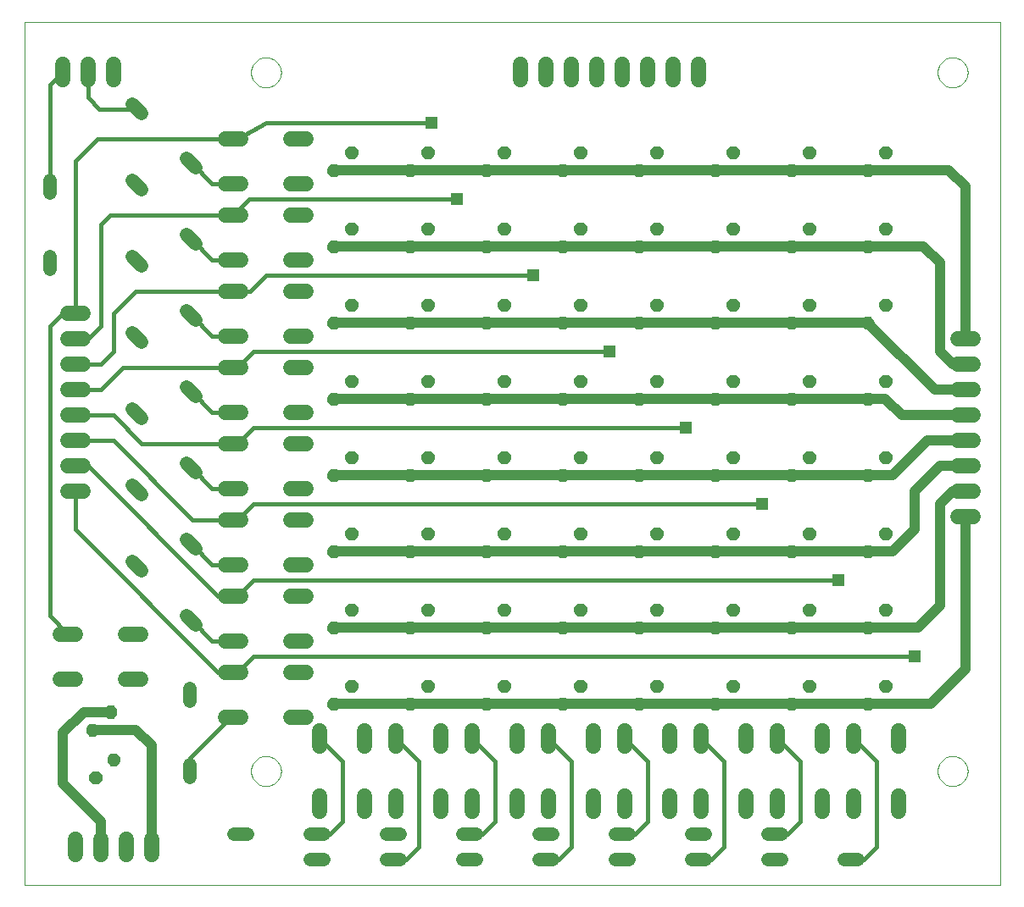
<source format=gtl>
G75*
G70*
%OFA0B0*%
%FSLAX24Y24*%
%IPPOS*%
%LPD*%
%AMOC8*
5,1,8,0,0,1.08239X$1,22.5*
%
%ADD10C,0.0000*%
%ADD11C,0.0104*%
%ADD12C,0.0600*%
%ADD13C,0.0520*%
%ADD14C,0.0400*%
%ADD15C,0.0160*%
%ADD16R,0.0475X0.0475*%
D10*
X000363Y000363D02*
X000363Y034359D01*
X038733Y034359D01*
X038733Y000363D01*
X000363Y000363D01*
X009272Y004863D02*
X009274Y004911D01*
X009280Y004959D01*
X009290Y005006D01*
X009303Y005052D01*
X009321Y005097D01*
X009341Y005141D01*
X009366Y005183D01*
X009394Y005222D01*
X009424Y005259D01*
X009458Y005293D01*
X009495Y005325D01*
X009533Y005354D01*
X009574Y005379D01*
X009617Y005401D01*
X009662Y005419D01*
X009708Y005433D01*
X009755Y005444D01*
X009803Y005451D01*
X009851Y005454D01*
X009899Y005453D01*
X009947Y005448D01*
X009995Y005439D01*
X010041Y005427D01*
X010086Y005410D01*
X010130Y005390D01*
X010172Y005367D01*
X010212Y005340D01*
X010250Y005310D01*
X010285Y005277D01*
X010317Y005241D01*
X010347Y005203D01*
X010373Y005162D01*
X010395Y005119D01*
X010415Y005075D01*
X010430Y005030D01*
X010442Y004983D01*
X010450Y004935D01*
X010454Y004887D01*
X010454Y004839D01*
X010450Y004791D01*
X010442Y004743D01*
X010430Y004696D01*
X010415Y004651D01*
X010395Y004607D01*
X010373Y004564D01*
X010347Y004523D01*
X010317Y004485D01*
X010285Y004449D01*
X010250Y004416D01*
X010212Y004386D01*
X010172Y004359D01*
X010130Y004336D01*
X010086Y004316D01*
X010041Y004299D01*
X009995Y004287D01*
X009947Y004278D01*
X009899Y004273D01*
X009851Y004272D01*
X009803Y004275D01*
X009755Y004282D01*
X009708Y004293D01*
X009662Y004307D01*
X009617Y004325D01*
X009574Y004347D01*
X009533Y004372D01*
X009495Y004401D01*
X009458Y004433D01*
X009424Y004467D01*
X009394Y004504D01*
X009366Y004543D01*
X009341Y004585D01*
X009321Y004629D01*
X009303Y004674D01*
X009290Y004720D01*
X009280Y004767D01*
X009274Y004815D01*
X009272Y004863D01*
X036272Y004863D02*
X036274Y004911D01*
X036280Y004959D01*
X036290Y005006D01*
X036303Y005052D01*
X036321Y005097D01*
X036341Y005141D01*
X036366Y005183D01*
X036394Y005222D01*
X036424Y005259D01*
X036458Y005293D01*
X036495Y005325D01*
X036533Y005354D01*
X036574Y005379D01*
X036617Y005401D01*
X036662Y005419D01*
X036708Y005433D01*
X036755Y005444D01*
X036803Y005451D01*
X036851Y005454D01*
X036899Y005453D01*
X036947Y005448D01*
X036995Y005439D01*
X037041Y005427D01*
X037086Y005410D01*
X037130Y005390D01*
X037172Y005367D01*
X037212Y005340D01*
X037250Y005310D01*
X037285Y005277D01*
X037317Y005241D01*
X037347Y005203D01*
X037373Y005162D01*
X037395Y005119D01*
X037415Y005075D01*
X037430Y005030D01*
X037442Y004983D01*
X037450Y004935D01*
X037454Y004887D01*
X037454Y004839D01*
X037450Y004791D01*
X037442Y004743D01*
X037430Y004696D01*
X037415Y004651D01*
X037395Y004607D01*
X037373Y004564D01*
X037347Y004523D01*
X037317Y004485D01*
X037285Y004449D01*
X037250Y004416D01*
X037212Y004386D01*
X037172Y004359D01*
X037130Y004336D01*
X037086Y004316D01*
X037041Y004299D01*
X036995Y004287D01*
X036947Y004278D01*
X036899Y004273D01*
X036851Y004272D01*
X036803Y004275D01*
X036755Y004282D01*
X036708Y004293D01*
X036662Y004307D01*
X036617Y004325D01*
X036574Y004347D01*
X036533Y004372D01*
X036495Y004401D01*
X036458Y004433D01*
X036424Y004467D01*
X036394Y004504D01*
X036366Y004543D01*
X036341Y004585D01*
X036321Y004629D01*
X036303Y004674D01*
X036290Y004720D01*
X036280Y004767D01*
X036274Y004815D01*
X036272Y004863D01*
X036272Y032363D02*
X036274Y032411D01*
X036280Y032459D01*
X036290Y032506D01*
X036303Y032552D01*
X036321Y032597D01*
X036341Y032641D01*
X036366Y032683D01*
X036394Y032722D01*
X036424Y032759D01*
X036458Y032793D01*
X036495Y032825D01*
X036533Y032854D01*
X036574Y032879D01*
X036617Y032901D01*
X036662Y032919D01*
X036708Y032933D01*
X036755Y032944D01*
X036803Y032951D01*
X036851Y032954D01*
X036899Y032953D01*
X036947Y032948D01*
X036995Y032939D01*
X037041Y032927D01*
X037086Y032910D01*
X037130Y032890D01*
X037172Y032867D01*
X037212Y032840D01*
X037250Y032810D01*
X037285Y032777D01*
X037317Y032741D01*
X037347Y032703D01*
X037373Y032662D01*
X037395Y032619D01*
X037415Y032575D01*
X037430Y032530D01*
X037442Y032483D01*
X037450Y032435D01*
X037454Y032387D01*
X037454Y032339D01*
X037450Y032291D01*
X037442Y032243D01*
X037430Y032196D01*
X037415Y032151D01*
X037395Y032107D01*
X037373Y032064D01*
X037347Y032023D01*
X037317Y031985D01*
X037285Y031949D01*
X037250Y031916D01*
X037212Y031886D01*
X037172Y031859D01*
X037130Y031836D01*
X037086Y031816D01*
X037041Y031799D01*
X036995Y031787D01*
X036947Y031778D01*
X036899Y031773D01*
X036851Y031772D01*
X036803Y031775D01*
X036755Y031782D01*
X036708Y031793D01*
X036662Y031807D01*
X036617Y031825D01*
X036574Y031847D01*
X036533Y031872D01*
X036495Y031901D01*
X036458Y031933D01*
X036424Y031967D01*
X036394Y032004D01*
X036366Y032043D01*
X036341Y032085D01*
X036321Y032129D01*
X036303Y032174D01*
X036290Y032220D01*
X036280Y032267D01*
X036274Y032315D01*
X036272Y032363D01*
X009272Y032363D02*
X009274Y032411D01*
X009280Y032459D01*
X009290Y032506D01*
X009303Y032552D01*
X009321Y032597D01*
X009341Y032641D01*
X009366Y032683D01*
X009394Y032722D01*
X009424Y032759D01*
X009458Y032793D01*
X009495Y032825D01*
X009533Y032854D01*
X009574Y032879D01*
X009617Y032901D01*
X009662Y032919D01*
X009708Y032933D01*
X009755Y032944D01*
X009803Y032951D01*
X009851Y032954D01*
X009899Y032953D01*
X009947Y032948D01*
X009995Y032939D01*
X010041Y032927D01*
X010086Y032910D01*
X010130Y032890D01*
X010172Y032867D01*
X010212Y032840D01*
X010250Y032810D01*
X010285Y032777D01*
X010317Y032741D01*
X010347Y032703D01*
X010373Y032662D01*
X010395Y032619D01*
X010415Y032575D01*
X010430Y032530D01*
X010442Y032483D01*
X010450Y032435D01*
X010454Y032387D01*
X010454Y032339D01*
X010450Y032291D01*
X010442Y032243D01*
X010430Y032196D01*
X010415Y032151D01*
X010395Y032107D01*
X010373Y032064D01*
X010347Y032023D01*
X010317Y031985D01*
X010285Y031949D01*
X010250Y031916D01*
X010212Y031886D01*
X010172Y031859D01*
X010130Y031836D01*
X010086Y031816D01*
X010041Y031799D01*
X009995Y031787D01*
X009947Y031778D01*
X009899Y031773D01*
X009851Y031772D01*
X009803Y031775D01*
X009755Y031782D01*
X009708Y031793D01*
X009662Y031807D01*
X009617Y031825D01*
X009574Y031847D01*
X009533Y031872D01*
X009495Y031901D01*
X009458Y031933D01*
X009424Y031967D01*
X009394Y032004D01*
X009366Y032043D01*
X009341Y032085D01*
X009321Y032129D01*
X009303Y032174D01*
X009290Y032220D01*
X009280Y032267D01*
X009274Y032315D01*
X009272Y032363D01*
D11*
X012664Y028543D02*
X012716Y028595D01*
X012716Y028423D01*
X012595Y028302D01*
X012423Y028302D01*
X012302Y028423D01*
X012302Y028595D01*
X012423Y028716D01*
X012595Y028716D01*
X012716Y028595D01*
X012638Y028563D01*
X012638Y028455D01*
X012563Y028380D01*
X012455Y028380D01*
X012380Y028455D01*
X012380Y028563D01*
X012455Y028638D01*
X012563Y028638D01*
X012638Y028563D01*
X012560Y028530D01*
X012560Y028488D01*
X012530Y028458D01*
X012488Y028458D01*
X012458Y028488D01*
X012458Y028530D01*
X012488Y028560D01*
X012530Y028560D01*
X012560Y028530D01*
X013371Y029250D02*
X013423Y029302D01*
X013423Y029130D01*
X013302Y029009D01*
X013130Y029009D01*
X013009Y029130D01*
X013009Y029302D01*
X013130Y029423D01*
X013302Y029423D01*
X013423Y029302D01*
X013345Y029270D01*
X013345Y029162D01*
X013270Y029087D01*
X013162Y029087D01*
X013087Y029162D01*
X013087Y029270D01*
X013162Y029345D01*
X013270Y029345D01*
X013345Y029270D01*
X013267Y029237D01*
X013267Y029195D01*
X013237Y029165D01*
X013195Y029165D01*
X013165Y029195D01*
X013165Y029237D01*
X013195Y029267D01*
X013237Y029267D01*
X013267Y029237D01*
X015664Y028543D02*
X015716Y028595D01*
X015716Y028423D01*
X015595Y028302D01*
X015423Y028302D01*
X015302Y028423D01*
X015302Y028595D01*
X015423Y028716D01*
X015595Y028716D01*
X015716Y028595D01*
X015638Y028563D01*
X015638Y028455D01*
X015563Y028380D01*
X015455Y028380D01*
X015380Y028455D01*
X015380Y028563D01*
X015455Y028638D01*
X015563Y028638D01*
X015638Y028563D01*
X015560Y028530D01*
X015560Y028488D01*
X015530Y028458D01*
X015488Y028458D01*
X015458Y028488D01*
X015458Y028530D01*
X015488Y028560D01*
X015530Y028560D01*
X015560Y028530D01*
X016371Y029250D02*
X016423Y029302D01*
X016423Y029130D01*
X016302Y029009D01*
X016130Y029009D01*
X016009Y029130D01*
X016009Y029302D01*
X016130Y029423D01*
X016302Y029423D01*
X016423Y029302D01*
X016345Y029270D01*
X016345Y029162D01*
X016270Y029087D01*
X016162Y029087D01*
X016087Y029162D01*
X016087Y029270D01*
X016162Y029345D01*
X016270Y029345D01*
X016345Y029270D01*
X016267Y029237D01*
X016267Y029195D01*
X016237Y029165D01*
X016195Y029165D01*
X016165Y029195D01*
X016165Y029237D01*
X016195Y029267D01*
X016237Y029267D01*
X016267Y029237D01*
X018664Y028543D02*
X018716Y028595D01*
X018716Y028423D01*
X018595Y028302D01*
X018423Y028302D01*
X018302Y028423D01*
X018302Y028595D01*
X018423Y028716D01*
X018595Y028716D01*
X018716Y028595D01*
X018638Y028563D01*
X018638Y028455D01*
X018563Y028380D01*
X018455Y028380D01*
X018380Y028455D01*
X018380Y028563D01*
X018455Y028638D01*
X018563Y028638D01*
X018638Y028563D01*
X018560Y028530D01*
X018560Y028488D01*
X018530Y028458D01*
X018488Y028458D01*
X018458Y028488D01*
X018458Y028530D01*
X018488Y028560D01*
X018530Y028560D01*
X018560Y028530D01*
X019371Y029250D02*
X019423Y029302D01*
X019423Y029130D01*
X019302Y029009D01*
X019130Y029009D01*
X019009Y029130D01*
X019009Y029302D01*
X019130Y029423D01*
X019302Y029423D01*
X019423Y029302D01*
X019345Y029270D01*
X019345Y029162D01*
X019270Y029087D01*
X019162Y029087D01*
X019087Y029162D01*
X019087Y029270D01*
X019162Y029345D01*
X019270Y029345D01*
X019345Y029270D01*
X019267Y029237D01*
X019267Y029195D01*
X019237Y029165D01*
X019195Y029165D01*
X019165Y029195D01*
X019165Y029237D01*
X019195Y029267D01*
X019237Y029267D01*
X019267Y029237D01*
X021664Y028543D02*
X021716Y028595D01*
X021716Y028423D01*
X021595Y028302D01*
X021423Y028302D01*
X021302Y028423D01*
X021302Y028595D01*
X021423Y028716D01*
X021595Y028716D01*
X021716Y028595D01*
X021638Y028563D01*
X021638Y028455D01*
X021563Y028380D01*
X021455Y028380D01*
X021380Y028455D01*
X021380Y028563D01*
X021455Y028638D01*
X021563Y028638D01*
X021638Y028563D01*
X021560Y028530D01*
X021560Y028488D01*
X021530Y028458D01*
X021488Y028458D01*
X021458Y028488D01*
X021458Y028530D01*
X021488Y028560D01*
X021530Y028560D01*
X021560Y028530D01*
X022371Y029250D02*
X022423Y029302D01*
X022423Y029130D01*
X022302Y029009D01*
X022130Y029009D01*
X022009Y029130D01*
X022009Y029302D01*
X022130Y029423D01*
X022302Y029423D01*
X022423Y029302D01*
X022345Y029270D01*
X022345Y029162D01*
X022270Y029087D01*
X022162Y029087D01*
X022087Y029162D01*
X022087Y029270D01*
X022162Y029345D01*
X022270Y029345D01*
X022345Y029270D01*
X022267Y029237D01*
X022267Y029195D01*
X022237Y029165D01*
X022195Y029165D01*
X022165Y029195D01*
X022165Y029237D01*
X022195Y029267D01*
X022237Y029267D01*
X022267Y029237D01*
X024664Y028543D02*
X024716Y028595D01*
X024716Y028423D01*
X024595Y028302D01*
X024423Y028302D01*
X024302Y028423D01*
X024302Y028595D01*
X024423Y028716D01*
X024595Y028716D01*
X024716Y028595D01*
X024638Y028563D01*
X024638Y028455D01*
X024563Y028380D01*
X024455Y028380D01*
X024380Y028455D01*
X024380Y028563D01*
X024455Y028638D01*
X024563Y028638D01*
X024638Y028563D01*
X024560Y028530D01*
X024560Y028488D01*
X024530Y028458D01*
X024488Y028458D01*
X024458Y028488D01*
X024458Y028530D01*
X024488Y028560D01*
X024530Y028560D01*
X024560Y028530D01*
X025371Y029250D02*
X025423Y029302D01*
X025423Y029130D01*
X025302Y029009D01*
X025130Y029009D01*
X025009Y029130D01*
X025009Y029302D01*
X025130Y029423D01*
X025302Y029423D01*
X025423Y029302D01*
X025345Y029270D01*
X025345Y029162D01*
X025270Y029087D01*
X025162Y029087D01*
X025087Y029162D01*
X025087Y029270D01*
X025162Y029345D01*
X025270Y029345D01*
X025345Y029270D01*
X025267Y029237D01*
X025267Y029195D01*
X025237Y029165D01*
X025195Y029165D01*
X025165Y029195D01*
X025165Y029237D01*
X025195Y029267D01*
X025237Y029267D01*
X025267Y029237D01*
X027664Y028543D02*
X027716Y028595D01*
X027716Y028423D01*
X027595Y028302D01*
X027423Y028302D01*
X027302Y028423D01*
X027302Y028595D01*
X027423Y028716D01*
X027595Y028716D01*
X027716Y028595D01*
X027638Y028563D01*
X027638Y028455D01*
X027563Y028380D01*
X027455Y028380D01*
X027380Y028455D01*
X027380Y028563D01*
X027455Y028638D01*
X027563Y028638D01*
X027638Y028563D01*
X027560Y028530D01*
X027560Y028488D01*
X027530Y028458D01*
X027488Y028458D01*
X027458Y028488D01*
X027458Y028530D01*
X027488Y028560D01*
X027530Y028560D01*
X027560Y028530D01*
X028371Y029250D02*
X028423Y029302D01*
X028423Y029130D01*
X028302Y029009D01*
X028130Y029009D01*
X028009Y029130D01*
X028009Y029302D01*
X028130Y029423D01*
X028302Y029423D01*
X028423Y029302D01*
X028345Y029270D01*
X028345Y029162D01*
X028270Y029087D01*
X028162Y029087D01*
X028087Y029162D01*
X028087Y029270D01*
X028162Y029345D01*
X028270Y029345D01*
X028345Y029270D01*
X028267Y029237D01*
X028267Y029195D01*
X028237Y029165D01*
X028195Y029165D01*
X028165Y029195D01*
X028165Y029237D01*
X028195Y029267D01*
X028237Y029267D01*
X028267Y029237D01*
X030664Y028543D02*
X030716Y028595D01*
X030716Y028423D01*
X030595Y028302D01*
X030423Y028302D01*
X030302Y028423D01*
X030302Y028595D01*
X030423Y028716D01*
X030595Y028716D01*
X030716Y028595D01*
X030638Y028563D01*
X030638Y028455D01*
X030563Y028380D01*
X030455Y028380D01*
X030380Y028455D01*
X030380Y028563D01*
X030455Y028638D01*
X030563Y028638D01*
X030638Y028563D01*
X030560Y028530D01*
X030560Y028488D01*
X030530Y028458D01*
X030488Y028458D01*
X030458Y028488D01*
X030458Y028530D01*
X030488Y028560D01*
X030530Y028560D01*
X030560Y028530D01*
X031371Y029250D02*
X031423Y029302D01*
X031423Y029130D01*
X031302Y029009D01*
X031130Y029009D01*
X031009Y029130D01*
X031009Y029302D01*
X031130Y029423D01*
X031302Y029423D01*
X031423Y029302D01*
X031345Y029270D01*
X031345Y029162D01*
X031270Y029087D01*
X031162Y029087D01*
X031087Y029162D01*
X031087Y029270D01*
X031162Y029345D01*
X031270Y029345D01*
X031345Y029270D01*
X031267Y029237D01*
X031267Y029195D01*
X031237Y029165D01*
X031195Y029165D01*
X031165Y029195D01*
X031165Y029237D01*
X031195Y029267D01*
X031237Y029267D01*
X031267Y029237D01*
X033664Y028543D02*
X033716Y028595D01*
X033716Y028423D01*
X033595Y028302D01*
X033423Y028302D01*
X033302Y028423D01*
X033302Y028595D01*
X033423Y028716D01*
X033595Y028716D01*
X033716Y028595D01*
X033638Y028563D01*
X033638Y028455D01*
X033563Y028380D01*
X033455Y028380D01*
X033380Y028455D01*
X033380Y028563D01*
X033455Y028638D01*
X033563Y028638D01*
X033638Y028563D01*
X033560Y028530D01*
X033560Y028488D01*
X033530Y028458D01*
X033488Y028458D01*
X033458Y028488D01*
X033458Y028530D01*
X033488Y028560D01*
X033530Y028560D01*
X033560Y028530D01*
X034371Y029250D02*
X034423Y029302D01*
X034423Y029130D01*
X034302Y029009D01*
X034130Y029009D01*
X034009Y029130D01*
X034009Y029302D01*
X034130Y029423D01*
X034302Y029423D01*
X034423Y029302D01*
X034345Y029270D01*
X034345Y029162D01*
X034270Y029087D01*
X034162Y029087D01*
X034087Y029162D01*
X034087Y029270D01*
X034162Y029345D01*
X034270Y029345D01*
X034345Y029270D01*
X034267Y029237D01*
X034267Y029195D01*
X034237Y029165D01*
X034195Y029165D01*
X034165Y029195D01*
X034165Y029237D01*
X034195Y029267D01*
X034237Y029267D01*
X034267Y029237D01*
X034371Y026250D02*
X034423Y026302D01*
X034423Y026130D01*
X034302Y026009D01*
X034130Y026009D01*
X034009Y026130D01*
X034009Y026302D01*
X034130Y026423D01*
X034302Y026423D01*
X034423Y026302D01*
X034345Y026270D01*
X034345Y026162D01*
X034270Y026087D01*
X034162Y026087D01*
X034087Y026162D01*
X034087Y026270D01*
X034162Y026345D01*
X034270Y026345D01*
X034345Y026270D01*
X034267Y026237D01*
X034267Y026195D01*
X034237Y026165D01*
X034195Y026165D01*
X034165Y026195D01*
X034165Y026237D01*
X034195Y026267D01*
X034237Y026267D01*
X034267Y026237D01*
X033664Y025543D02*
X033716Y025595D01*
X033716Y025423D01*
X033595Y025302D01*
X033423Y025302D01*
X033302Y025423D01*
X033302Y025595D01*
X033423Y025716D01*
X033595Y025716D01*
X033716Y025595D01*
X033638Y025563D01*
X033638Y025455D01*
X033563Y025380D01*
X033455Y025380D01*
X033380Y025455D01*
X033380Y025563D01*
X033455Y025638D01*
X033563Y025638D01*
X033638Y025563D01*
X033560Y025530D01*
X033560Y025488D01*
X033530Y025458D01*
X033488Y025458D01*
X033458Y025488D01*
X033458Y025530D01*
X033488Y025560D01*
X033530Y025560D01*
X033560Y025530D01*
X031371Y026250D02*
X031423Y026302D01*
X031423Y026130D01*
X031302Y026009D01*
X031130Y026009D01*
X031009Y026130D01*
X031009Y026302D01*
X031130Y026423D01*
X031302Y026423D01*
X031423Y026302D01*
X031345Y026270D01*
X031345Y026162D01*
X031270Y026087D01*
X031162Y026087D01*
X031087Y026162D01*
X031087Y026270D01*
X031162Y026345D01*
X031270Y026345D01*
X031345Y026270D01*
X031267Y026237D01*
X031267Y026195D01*
X031237Y026165D01*
X031195Y026165D01*
X031165Y026195D01*
X031165Y026237D01*
X031195Y026267D01*
X031237Y026267D01*
X031267Y026237D01*
X030664Y025543D02*
X030716Y025595D01*
X030716Y025423D01*
X030595Y025302D01*
X030423Y025302D01*
X030302Y025423D01*
X030302Y025595D01*
X030423Y025716D01*
X030595Y025716D01*
X030716Y025595D01*
X030638Y025563D01*
X030638Y025455D01*
X030563Y025380D01*
X030455Y025380D01*
X030380Y025455D01*
X030380Y025563D01*
X030455Y025638D01*
X030563Y025638D01*
X030638Y025563D01*
X030560Y025530D01*
X030560Y025488D01*
X030530Y025458D01*
X030488Y025458D01*
X030458Y025488D01*
X030458Y025530D01*
X030488Y025560D01*
X030530Y025560D01*
X030560Y025530D01*
X028371Y026250D02*
X028423Y026302D01*
X028423Y026130D01*
X028302Y026009D01*
X028130Y026009D01*
X028009Y026130D01*
X028009Y026302D01*
X028130Y026423D01*
X028302Y026423D01*
X028423Y026302D01*
X028345Y026270D01*
X028345Y026162D01*
X028270Y026087D01*
X028162Y026087D01*
X028087Y026162D01*
X028087Y026270D01*
X028162Y026345D01*
X028270Y026345D01*
X028345Y026270D01*
X028267Y026237D01*
X028267Y026195D01*
X028237Y026165D01*
X028195Y026165D01*
X028165Y026195D01*
X028165Y026237D01*
X028195Y026267D01*
X028237Y026267D01*
X028267Y026237D01*
X027664Y025543D02*
X027716Y025595D01*
X027716Y025423D01*
X027595Y025302D01*
X027423Y025302D01*
X027302Y025423D01*
X027302Y025595D01*
X027423Y025716D01*
X027595Y025716D01*
X027716Y025595D01*
X027638Y025563D01*
X027638Y025455D01*
X027563Y025380D01*
X027455Y025380D01*
X027380Y025455D01*
X027380Y025563D01*
X027455Y025638D01*
X027563Y025638D01*
X027638Y025563D01*
X027560Y025530D01*
X027560Y025488D01*
X027530Y025458D01*
X027488Y025458D01*
X027458Y025488D01*
X027458Y025530D01*
X027488Y025560D01*
X027530Y025560D01*
X027560Y025530D01*
X025371Y026250D02*
X025423Y026302D01*
X025423Y026130D01*
X025302Y026009D01*
X025130Y026009D01*
X025009Y026130D01*
X025009Y026302D01*
X025130Y026423D01*
X025302Y026423D01*
X025423Y026302D01*
X025345Y026270D01*
X025345Y026162D01*
X025270Y026087D01*
X025162Y026087D01*
X025087Y026162D01*
X025087Y026270D01*
X025162Y026345D01*
X025270Y026345D01*
X025345Y026270D01*
X025267Y026237D01*
X025267Y026195D01*
X025237Y026165D01*
X025195Y026165D01*
X025165Y026195D01*
X025165Y026237D01*
X025195Y026267D01*
X025237Y026267D01*
X025267Y026237D01*
X024664Y025543D02*
X024716Y025595D01*
X024716Y025423D01*
X024595Y025302D01*
X024423Y025302D01*
X024302Y025423D01*
X024302Y025595D01*
X024423Y025716D01*
X024595Y025716D01*
X024716Y025595D01*
X024638Y025563D01*
X024638Y025455D01*
X024563Y025380D01*
X024455Y025380D01*
X024380Y025455D01*
X024380Y025563D01*
X024455Y025638D01*
X024563Y025638D01*
X024638Y025563D01*
X024560Y025530D01*
X024560Y025488D01*
X024530Y025458D01*
X024488Y025458D01*
X024458Y025488D01*
X024458Y025530D01*
X024488Y025560D01*
X024530Y025560D01*
X024560Y025530D01*
X022371Y026250D02*
X022423Y026302D01*
X022423Y026130D01*
X022302Y026009D01*
X022130Y026009D01*
X022009Y026130D01*
X022009Y026302D01*
X022130Y026423D01*
X022302Y026423D01*
X022423Y026302D01*
X022345Y026270D01*
X022345Y026162D01*
X022270Y026087D01*
X022162Y026087D01*
X022087Y026162D01*
X022087Y026270D01*
X022162Y026345D01*
X022270Y026345D01*
X022345Y026270D01*
X022267Y026237D01*
X022267Y026195D01*
X022237Y026165D01*
X022195Y026165D01*
X022165Y026195D01*
X022165Y026237D01*
X022195Y026267D01*
X022237Y026267D01*
X022267Y026237D01*
X021664Y025543D02*
X021716Y025595D01*
X021716Y025423D01*
X021595Y025302D01*
X021423Y025302D01*
X021302Y025423D01*
X021302Y025595D01*
X021423Y025716D01*
X021595Y025716D01*
X021716Y025595D01*
X021638Y025563D01*
X021638Y025455D01*
X021563Y025380D01*
X021455Y025380D01*
X021380Y025455D01*
X021380Y025563D01*
X021455Y025638D01*
X021563Y025638D01*
X021638Y025563D01*
X021560Y025530D01*
X021560Y025488D01*
X021530Y025458D01*
X021488Y025458D01*
X021458Y025488D01*
X021458Y025530D01*
X021488Y025560D01*
X021530Y025560D01*
X021560Y025530D01*
X019371Y026250D02*
X019423Y026302D01*
X019423Y026130D01*
X019302Y026009D01*
X019130Y026009D01*
X019009Y026130D01*
X019009Y026302D01*
X019130Y026423D01*
X019302Y026423D01*
X019423Y026302D01*
X019345Y026270D01*
X019345Y026162D01*
X019270Y026087D01*
X019162Y026087D01*
X019087Y026162D01*
X019087Y026270D01*
X019162Y026345D01*
X019270Y026345D01*
X019345Y026270D01*
X019267Y026237D01*
X019267Y026195D01*
X019237Y026165D01*
X019195Y026165D01*
X019165Y026195D01*
X019165Y026237D01*
X019195Y026267D01*
X019237Y026267D01*
X019267Y026237D01*
X018664Y025543D02*
X018716Y025595D01*
X018716Y025423D01*
X018595Y025302D01*
X018423Y025302D01*
X018302Y025423D01*
X018302Y025595D01*
X018423Y025716D01*
X018595Y025716D01*
X018716Y025595D01*
X018638Y025563D01*
X018638Y025455D01*
X018563Y025380D01*
X018455Y025380D01*
X018380Y025455D01*
X018380Y025563D01*
X018455Y025638D01*
X018563Y025638D01*
X018638Y025563D01*
X018560Y025530D01*
X018560Y025488D01*
X018530Y025458D01*
X018488Y025458D01*
X018458Y025488D01*
X018458Y025530D01*
X018488Y025560D01*
X018530Y025560D01*
X018560Y025530D01*
X016371Y026250D02*
X016423Y026302D01*
X016423Y026130D01*
X016302Y026009D01*
X016130Y026009D01*
X016009Y026130D01*
X016009Y026302D01*
X016130Y026423D01*
X016302Y026423D01*
X016423Y026302D01*
X016345Y026270D01*
X016345Y026162D01*
X016270Y026087D01*
X016162Y026087D01*
X016087Y026162D01*
X016087Y026270D01*
X016162Y026345D01*
X016270Y026345D01*
X016345Y026270D01*
X016267Y026237D01*
X016267Y026195D01*
X016237Y026165D01*
X016195Y026165D01*
X016165Y026195D01*
X016165Y026237D01*
X016195Y026267D01*
X016237Y026267D01*
X016267Y026237D01*
X015664Y025543D02*
X015716Y025595D01*
X015716Y025423D01*
X015595Y025302D01*
X015423Y025302D01*
X015302Y025423D01*
X015302Y025595D01*
X015423Y025716D01*
X015595Y025716D01*
X015716Y025595D01*
X015638Y025563D01*
X015638Y025455D01*
X015563Y025380D01*
X015455Y025380D01*
X015380Y025455D01*
X015380Y025563D01*
X015455Y025638D01*
X015563Y025638D01*
X015638Y025563D01*
X015560Y025530D01*
X015560Y025488D01*
X015530Y025458D01*
X015488Y025458D01*
X015458Y025488D01*
X015458Y025530D01*
X015488Y025560D01*
X015530Y025560D01*
X015560Y025530D01*
X013371Y026250D02*
X013423Y026302D01*
X013423Y026130D01*
X013302Y026009D01*
X013130Y026009D01*
X013009Y026130D01*
X013009Y026302D01*
X013130Y026423D01*
X013302Y026423D01*
X013423Y026302D01*
X013345Y026270D01*
X013345Y026162D01*
X013270Y026087D01*
X013162Y026087D01*
X013087Y026162D01*
X013087Y026270D01*
X013162Y026345D01*
X013270Y026345D01*
X013345Y026270D01*
X013267Y026237D01*
X013267Y026195D01*
X013237Y026165D01*
X013195Y026165D01*
X013165Y026195D01*
X013165Y026237D01*
X013195Y026267D01*
X013237Y026267D01*
X013267Y026237D01*
X012664Y025543D02*
X012716Y025595D01*
X012716Y025423D01*
X012595Y025302D01*
X012423Y025302D01*
X012302Y025423D01*
X012302Y025595D01*
X012423Y025716D01*
X012595Y025716D01*
X012716Y025595D01*
X012638Y025563D01*
X012638Y025455D01*
X012563Y025380D01*
X012455Y025380D01*
X012380Y025455D01*
X012380Y025563D01*
X012455Y025638D01*
X012563Y025638D01*
X012638Y025563D01*
X012560Y025530D01*
X012560Y025488D01*
X012530Y025458D01*
X012488Y025458D01*
X012458Y025488D01*
X012458Y025530D01*
X012488Y025560D01*
X012530Y025560D01*
X012560Y025530D01*
X013371Y023250D02*
X013423Y023302D01*
X013423Y023130D01*
X013302Y023009D01*
X013130Y023009D01*
X013009Y023130D01*
X013009Y023302D01*
X013130Y023423D01*
X013302Y023423D01*
X013423Y023302D01*
X013345Y023270D01*
X013345Y023162D01*
X013270Y023087D01*
X013162Y023087D01*
X013087Y023162D01*
X013087Y023270D01*
X013162Y023345D01*
X013270Y023345D01*
X013345Y023270D01*
X013267Y023237D01*
X013267Y023195D01*
X013237Y023165D01*
X013195Y023165D01*
X013165Y023195D01*
X013165Y023237D01*
X013195Y023267D01*
X013237Y023267D01*
X013267Y023237D01*
X012664Y022543D02*
X012716Y022595D01*
X012716Y022423D01*
X012595Y022302D01*
X012423Y022302D01*
X012302Y022423D01*
X012302Y022595D01*
X012423Y022716D01*
X012595Y022716D01*
X012716Y022595D01*
X012638Y022563D01*
X012638Y022455D01*
X012563Y022380D01*
X012455Y022380D01*
X012380Y022455D01*
X012380Y022563D01*
X012455Y022638D01*
X012563Y022638D01*
X012638Y022563D01*
X012560Y022530D01*
X012560Y022488D01*
X012530Y022458D01*
X012488Y022458D01*
X012458Y022488D01*
X012458Y022530D01*
X012488Y022560D01*
X012530Y022560D01*
X012560Y022530D01*
X013371Y020250D02*
X013423Y020302D01*
X013423Y020130D01*
X013302Y020009D01*
X013130Y020009D01*
X013009Y020130D01*
X013009Y020302D01*
X013130Y020423D01*
X013302Y020423D01*
X013423Y020302D01*
X013345Y020270D01*
X013345Y020162D01*
X013270Y020087D01*
X013162Y020087D01*
X013087Y020162D01*
X013087Y020270D01*
X013162Y020345D01*
X013270Y020345D01*
X013345Y020270D01*
X013267Y020237D01*
X013267Y020195D01*
X013237Y020165D01*
X013195Y020165D01*
X013165Y020195D01*
X013165Y020237D01*
X013195Y020267D01*
X013237Y020267D01*
X013267Y020237D01*
X012664Y019543D02*
X012716Y019595D01*
X012716Y019423D01*
X012595Y019302D01*
X012423Y019302D01*
X012302Y019423D01*
X012302Y019595D01*
X012423Y019716D01*
X012595Y019716D01*
X012716Y019595D01*
X012638Y019563D01*
X012638Y019455D01*
X012563Y019380D01*
X012455Y019380D01*
X012380Y019455D01*
X012380Y019563D01*
X012455Y019638D01*
X012563Y019638D01*
X012638Y019563D01*
X012560Y019530D01*
X012560Y019488D01*
X012530Y019458D01*
X012488Y019458D01*
X012458Y019488D01*
X012458Y019530D01*
X012488Y019560D01*
X012530Y019560D01*
X012560Y019530D01*
X013371Y017250D02*
X013423Y017302D01*
X013423Y017130D01*
X013302Y017009D01*
X013130Y017009D01*
X013009Y017130D01*
X013009Y017302D01*
X013130Y017423D01*
X013302Y017423D01*
X013423Y017302D01*
X013345Y017270D01*
X013345Y017162D01*
X013270Y017087D01*
X013162Y017087D01*
X013087Y017162D01*
X013087Y017270D01*
X013162Y017345D01*
X013270Y017345D01*
X013345Y017270D01*
X013267Y017237D01*
X013267Y017195D01*
X013237Y017165D01*
X013195Y017165D01*
X013165Y017195D01*
X013165Y017237D01*
X013195Y017267D01*
X013237Y017267D01*
X013267Y017237D01*
X012664Y016543D02*
X012716Y016595D01*
X012716Y016423D01*
X012595Y016302D01*
X012423Y016302D01*
X012302Y016423D01*
X012302Y016595D01*
X012423Y016716D01*
X012595Y016716D01*
X012716Y016595D01*
X012638Y016563D01*
X012638Y016455D01*
X012563Y016380D01*
X012455Y016380D01*
X012380Y016455D01*
X012380Y016563D01*
X012455Y016638D01*
X012563Y016638D01*
X012638Y016563D01*
X012560Y016530D01*
X012560Y016488D01*
X012530Y016458D01*
X012488Y016458D01*
X012458Y016488D01*
X012458Y016530D01*
X012488Y016560D01*
X012530Y016560D01*
X012560Y016530D01*
X013371Y014250D02*
X013423Y014302D01*
X013423Y014130D01*
X013302Y014009D01*
X013130Y014009D01*
X013009Y014130D01*
X013009Y014302D01*
X013130Y014423D01*
X013302Y014423D01*
X013423Y014302D01*
X013345Y014270D01*
X013345Y014162D01*
X013270Y014087D01*
X013162Y014087D01*
X013087Y014162D01*
X013087Y014270D01*
X013162Y014345D01*
X013270Y014345D01*
X013345Y014270D01*
X013267Y014237D01*
X013267Y014195D01*
X013237Y014165D01*
X013195Y014165D01*
X013165Y014195D01*
X013165Y014237D01*
X013195Y014267D01*
X013237Y014267D01*
X013267Y014237D01*
X012664Y013543D02*
X012716Y013595D01*
X012716Y013423D01*
X012595Y013302D01*
X012423Y013302D01*
X012302Y013423D01*
X012302Y013595D01*
X012423Y013716D01*
X012595Y013716D01*
X012716Y013595D01*
X012638Y013563D01*
X012638Y013455D01*
X012563Y013380D01*
X012455Y013380D01*
X012380Y013455D01*
X012380Y013563D01*
X012455Y013638D01*
X012563Y013638D01*
X012638Y013563D01*
X012560Y013530D01*
X012560Y013488D01*
X012530Y013458D01*
X012488Y013458D01*
X012458Y013488D01*
X012458Y013530D01*
X012488Y013560D01*
X012530Y013560D01*
X012560Y013530D01*
X013371Y011250D02*
X013423Y011302D01*
X013423Y011130D01*
X013302Y011009D01*
X013130Y011009D01*
X013009Y011130D01*
X013009Y011302D01*
X013130Y011423D01*
X013302Y011423D01*
X013423Y011302D01*
X013345Y011270D01*
X013345Y011162D01*
X013270Y011087D01*
X013162Y011087D01*
X013087Y011162D01*
X013087Y011270D01*
X013162Y011345D01*
X013270Y011345D01*
X013345Y011270D01*
X013267Y011237D01*
X013267Y011195D01*
X013237Y011165D01*
X013195Y011165D01*
X013165Y011195D01*
X013165Y011237D01*
X013195Y011267D01*
X013237Y011267D01*
X013267Y011237D01*
X012664Y010543D02*
X012716Y010595D01*
X012716Y010423D01*
X012595Y010302D01*
X012423Y010302D01*
X012302Y010423D01*
X012302Y010595D01*
X012423Y010716D01*
X012595Y010716D01*
X012716Y010595D01*
X012638Y010563D01*
X012638Y010455D01*
X012563Y010380D01*
X012455Y010380D01*
X012380Y010455D01*
X012380Y010563D01*
X012455Y010638D01*
X012563Y010638D01*
X012638Y010563D01*
X012560Y010530D01*
X012560Y010488D01*
X012530Y010458D01*
X012488Y010458D01*
X012458Y010488D01*
X012458Y010530D01*
X012488Y010560D01*
X012530Y010560D01*
X012560Y010530D01*
X013371Y008250D02*
X013423Y008302D01*
X013423Y008130D01*
X013302Y008009D01*
X013130Y008009D01*
X013009Y008130D01*
X013009Y008302D01*
X013130Y008423D01*
X013302Y008423D01*
X013423Y008302D01*
X013345Y008270D01*
X013345Y008162D01*
X013270Y008087D01*
X013162Y008087D01*
X013087Y008162D01*
X013087Y008270D01*
X013162Y008345D01*
X013270Y008345D01*
X013345Y008270D01*
X013267Y008237D01*
X013267Y008195D01*
X013237Y008165D01*
X013195Y008165D01*
X013165Y008195D01*
X013165Y008237D01*
X013195Y008267D01*
X013237Y008267D01*
X013267Y008237D01*
X012664Y007543D02*
X012716Y007595D01*
X012716Y007423D01*
X012595Y007302D01*
X012423Y007302D01*
X012302Y007423D01*
X012302Y007595D01*
X012423Y007716D01*
X012595Y007716D01*
X012716Y007595D01*
X012638Y007563D01*
X012638Y007455D01*
X012563Y007380D01*
X012455Y007380D01*
X012380Y007455D01*
X012380Y007563D01*
X012455Y007638D01*
X012563Y007638D01*
X012638Y007563D01*
X012560Y007530D01*
X012560Y007488D01*
X012530Y007458D01*
X012488Y007458D01*
X012458Y007488D01*
X012458Y007530D01*
X012488Y007560D01*
X012530Y007560D01*
X012560Y007530D01*
X015664Y007543D02*
X015716Y007595D01*
X015716Y007423D01*
X015595Y007302D01*
X015423Y007302D01*
X015302Y007423D01*
X015302Y007595D01*
X015423Y007716D01*
X015595Y007716D01*
X015716Y007595D01*
X015638Y007563D01*
X015638Y007455D01*
X015563Y007380D01*
X015455Y007380D01*
X015380Y007455D01*
X015380Y007563D01*
X015455Y007638D01*
X015563Y007638D01*
X015638Y007563D01*
X015560Y007530D01*
X015560Y007488D01*
X015530Y007458D01*
X015488Y007458D01*
X015458Y007488D01*
X015458Y007530D01*
X015488Y007560D01*
X015530Y007560D01*
X015560Y007530D01*
X016371Y008250D02*
X016423Y008302D01*
X016423Y008130D01*
X016302Y008009D01*
X016130Y008009D01*
X016009Y008130D01*
X016009Y008302D01*
X016130Y008423D01*
X016302Y008423D01*
X016423Y008302D01*
X016345Y008270D01*
X016345Y008162D01*
X016270Y008087D01*
X016162Y008087D01*
X016087Y008162D01*
X016087Y008270D01*
X016162Y008345D01*
X016270Y008345D01*
X016345Y008270D01*
X016267Y008237D01*
X016267Y008195D01*
X016237Y008165D01*
X016195Y008165D01*
X016165Y008195D01*
X016165Y008237D01*
X016195Y008267D01*
X016237Y008267D01*
X016267Y008237D01*
X018664Y007543D02*
X018716Y007595D01*
X018716Y007423D01*
X018595Y007302D01*
X018423Y007302D01*
X018302Y007423D01*
X018302Y007595D01*
X018423Y007716D01*
X018595Y007716D01*
X018716Y007595D01*
X018638Y007563D01*
X018638Y007455D01*
X018563Y007380D01*
X018455Y007380D01*
X018380Y007455D01*
X018380Y007563D01*
X018455Y007638D01*
X018563Y007638D01*
X018638Y007563D01*
X018560Y007530D01*
X018560Y007488D01*
X018530Y007458D01*
X018488Y007458D01*
X018458Y007488D01*
X018458Y007530D01*
X018488Y007560D01*
X018530Y007560D01*
X018560Y007530D01*
X019371Y008250D02*
X019423Y008302D01*
X019423Y008130D01*
X019302Y008009D01*
X019130Y008009D01*
X019009Y008130D01*
X019009Y008302D01*
X019130Y008423D01*
X019302Y008423D01*
X019423Y008302D01*
X019345Y008270D01*
X019345Y008162D01*
X019270Y008087D01*
X019162Y008087D01*
X019087Y008162D01*
X019087Y008270D01*
X019162Y008345D01*
X019270Y008345D01*
X019345Y008270D01*
X019267Y008237D01*
X019267Y008195D01*
X019237Y008165D01*
X019195Y008165D01*
X019165Y008195D01*
X019165Y008237D01*
X019195Y008267D01*
X019237Y008267D01*
X019267Y008237D01*
X021664Y007543D02*
X021716Y007595D01*
X021716Y007423D01*
X021595Y007302D01*
X021423Y007302D01*
X021302Y007423D01*
X021302Y007595D01*
X021423Y007716D01*
X021595Y007716D01*
X021716Y007595D01*
X021638Y007563D01*
X021638Y007455D01*
X021563Y007380D01*
X021455Y007380D01*
X021380Y007455D01*
X021380Y007563D01*
X021455Y007638D01*
X021563Y007638D01*
X021638Y007563D01*
X021560Y007530D01*
X021560Y007488D01*
X021530Y007458D01*
X021488Y007458D01*
X021458Y007488D01*
X021458Y007530D01*
X021488Y007560D01*
X021530Y007560D01*
X021560Y007530D01*
X022371Y008250D02*
X022423Y008302D01*
X022423Y008130D01*
X022302Y008009D01*
X022130Y008009D01*
X022009Y008130D01*
X022009Y008302D01*
X022130Y008423D01*
X022302Y008423D01*
X022423Y008302D01*
X022345Y008270D01*
X022345Y008162D01*
X022270Y008087D01*
X022162Y008087D01*
X022087Y008162D01*
X022087Y008270D01*
X022162Y008345D01*
X022270Y008345D01*
X022345Y008270D01*
X022267Y008237D01*
X022267Y008195D01*
X022237Y008165D01*
X022195Y008165D01*
X022165Y008195D01*
X022165Y008237D01*
X022195Y008267D01*
X022237Y008267D01*
X022267Y008237D01*
X024664Y007543D02*
X024716Y007595D01*
X024716Y007423D01*
X024595Y007302D01*
X024423Y007302D01*
X024302Y007423D01*
X024302Y007595D01*
X024423Y007716D01*
X024595Y007716D01*
X024716Y007595D01*
X024638Y007563D01*
X024638Y007455D01*
X024563Y007380D01*
X024455Y007380D01*
X024380Y007455D01*
X024380Y007563D01*
X024455Y007638D01*
X024563Y007638D01*
X024638Y007563D01*
X024560Y007530D01*
X024560Y007488D01*
X024530Y007458D01*
X024488Y007458D01*
X024458Y007488D01*
X024458Y007530D01*
X024488Y007560D01*
X024530Y007560D01*
X024560Y007530D01*
X025371Y008250D02*
X025423Y008302D01*
X025423Y008130D01*
X025302Y008009D01*
X025130Y008009D01*
X025009Y008130D01*
X025009Y008302D01*
X025130Y008423D01*
X025302Y008423D01*
X025423Y008302D01*
X025345Y008270D01*
X025345Y008162D01*
X025270Y008087D01*
X025162Y008087D01*
X025087Y008162D01*
X025087Y008270D01*
X025162Y008345D01*
X025270Y008345D01*
X025345Y008270D01*
X025267Y008237D01*
X025267Y008195D01*
X025237Y008165D01*
X025195Y008165D01*
X025165Y008195D01*
X025165Y008237D01*
X025195Y008267D01*
X025237Y008267D01*
X025267Y008237D01*
X027664Y007543D02*
X027716Y007595D01*
X027716Y007423D01*
X027595Y007302D01*
X027423Y007302D01*
X027302Y007423D01*
X027302Y007595D01*
X027423Y007716D01*
X027595Y007716D01*
X027716Y007595D01*
X027638Y007563D01*
X027638Y007455D01*
X027563Y007380D01*
X027455Y007380D01*
X027380Y007455D01*
X027380Y007563D01*
X027455Y007638D01*
X027563Y007638D01*
X027638Y007563D01*
X027560Y007530D01*
X027560Y007488D01*
X027530Y007458D01*
X027488Y007458D01*
X027458Y007488D01*
X027458Y007530D01*
X027488Y007560D01*
X027530Y007560D01*
X027560Y007530D01*
X028371Y008250D02*
X028423Y008302D01*
X028423Y008130D01*
X028302Y008009D01*
X028130Y008009D01*
X028009Y008130D01*
X028009Y008302D01*
X028130Y008423D01*
X028302Y008423D01*
X028423Y008302D01*
X028345Y008270D01*
X028345Y008162D01*
X028270Y008087D01*
X028162Y008087D01*
X028087Y008162D01*
X028087Y008270D01*
X028162Y008345D01*
X028270Y008345D01*
X028345Y008270D01*
X028267Y008237D01*
X028267Y008195D01*
X028237Y008165D01*
X028195Y008165D01*
X028165Y008195D01*
X028165Y008237D01*
X028195Y008267D01*
X028237Y008267D01*
X028267Y008237D01*
X030664Y007543D02*
X030716Y007595D01*
X030716Y007423D01*
X030595Y007302D01*
X030423Y007302D01*
X030302Y007423D01*
X030302Y007595D01*
X030423Y007716D01*
X030595Y007716D01*
X030716Y007595D01*
X030638Y007563D01*
X030638Y007455D01*
X030563Y007380D01*
X030455Y007380D01*
X030380Y007455D01*
X030380Y007563D01*
X030455Y007638D01*
X030563Y007638D01*
X030638Y007563D01*
X030560Y007530D01*
X030560Y007488D01*
X030530Y007458D01*
X030488Y007458D01*
X030458Y007488D01*
X030458Y007530D01*
X030488Y007560D01*
X030530Y007560D01*
X030560Y007530D01*
X031371Y008250D02*
X031423Y008302D01*
X031423Y008130D01*
X031302Y008009D01*
X031130Y008009D01*
X031009Y008130D01*
X031009Y008302D01*
X031130Y008423D01*
X031302Y008423D01*
X031423Y008302D01*
X031345Y008270D01*
X031345Y008162D01*
X031270Y008087D01*
X031162Y008087D01*
X031087Y008162D01*
X031087Y008270D01*
X031162Y008345D01*
X031270Y008345D01*
X031345Y008270D01*
X031267Y008237D01*
X031267Y008195D01*
X031237Y008165D01*
X031195Y008165D01*
X031165Y008195D01*
X031165Y008237D01*
X031195Y008267D01*
X031237Y008267D01*
X031267Y008237D01*
X033664Y007543D02*
X033716Y007595D01*
X033716Y007423D01*
X033595Y007302D01*
X033423Y007302D01*
X033302Y007423D01*
X033302Y007595D01*
X033423Y007716D01*
X033595Y007716D01*
X033716Y007595D01*
X033638Y007563D01*
X033638Y007455D01*
X033563Y007380D01*
X033455Y007380D01*
X033380Y007455D01*
X033380Y007563D01*
X033455Y007638D01*
X033563Y007638D01*
X033638Y007563D01*
X033560Y007530D01*
X033560Y007488D01*
X033530Y007458D01*
X033488Y007458D01*
X033458Y007488D01*
X033458Y007530D01*
X033488Y007560D01*
X033530Y007560D01*
X033560Y007530D01*
X034371Y008250D02*
X034423Y008302D01*
X034423Y008130D01*
X034302Y008009D01*
X034130Y008009D01*
X034009Y008130D01*
X034009Y008302D01*
X034130Y008423D01*
X034302Y008423D01*
X034423Y008302D01*
X034345Y008270D01*
X034345Y008162D01*
X034270Y008087D01*
X034162Y008087D01*
X034087Y008162D01*
X034087Y008270D01*
X034162Y008345D01*
X034270Y008345D01*
X034345Y008270D01*
X034267Y008237D01*
X034267Y008195D01*
X034237Y008165D01*
X034195Y008165D01*
X034165Y008195D01*
X034165Y008237D01*
X034195Y008267D01*
X034237Y008267D01*
X034267Y008237D01*
X033664Y010543D02*
X033716Y010595D01*
X033716Y010423D01*
X033595Y010302D01*
X033423Y010302D01*
X033302Y010423D01*
X033302Y010595D01*
X033423Y010716D01*
X033595Y010716D01*
X033716Y010595D01*
X033638Y010563D01*
X033638Y010455D01*
X033563Y010380D01*
X033455Y010380D01*
X033380Y010455D01*
X033380Y010563D01*
X033455Y010638D01*
X033563Y010638D01*
X033638Y010563D01*
X033560Y010530D01*
X033560Y010488D01*
X033530Y010458D01*
X033488Y010458D01*
X033458Y010488D01*
X033458Y010530D01*
X033488Y010560D01*
X033530Y010560D01*
X033560Y010530D01*
X034371Y011250D02*
X034423Y011302D01*
X034423Y011130D01*
X034302Y011009D01*
X034130Y011009D01*
X034009Y011130D01*
X034009Y011302D01*
X034130Y011423D01*
X034302Y011423D01*
X034423Y011302D01*
X034345Y011270D01*
X034345Y011162D01*
X034270Y011087D01*
X034162Y011087D01*
X034087Y011162D01*
X034087Y011270D01*
X034162Y011345D01*
X034270Y011345D01*
X034345Y011270D01*
X034267Y011237D01*
X034267Y011195D01*
X034237Y011165D01*
X034195Y011165D01*
X034165Y011195D01*
X034165Y011237D01*
X034195Y011267D01*
X034237Y011267D01*
X034267Y011237D01*
X033664Y013543D02*
X033716Y013595D01*
X033716Y013423D01*
X033595Y013302D01*
X033423Y013302D01*
X033302Y013423D01*
X033302Y013595D01*
X033423Y013716D01*
X033595Y013716D01*
X033716Y013595D01*
X033638Y013563D01*
X033638Y013455D01*
X033563Y013380D01*
X033455Y013380D01*
X033380Y013455D01*
X033380Y013563D01*
X033455Y013638D01*
X033563Y013638D01*
X033638Y013563D01*
X033560Y013530D01*
X033560Y013488D01*
X033530Y013458D01*
X033488Y013458D01*
X033458Y013488D01*
X033458Y013530D01*
X033488Y013560D01*
X033530Y013560D01*
X033560Y013530D01*
X034371Y014250D02*
X034423Y014302D01*
X034423Y014130D01*
X034302Y014009D01*
X034130Y014009D01*
X034009Y014130D01*
X034009Y014302D01*
X034130Y014423D01*
X034302Y014423D01*
X034423Y014302D01*
X034345Y014270D01*
X034345Y014162D01*
X034270Y014087D01*
X034162Y014087D01*
X034087Y014162D01*
X034087Y014270D01*
X034162Y014345D01*
X034270Y014345D01*
X034345Y014270D01*
X034267Y014237D01*
X034267Y014195D01*
X034237Y014165D01*
X034195Y014165D01*
X034165Y014195D01*
X034165Y014237D01*
X034195Y014267D01*
X034237Y014267D01*
X034267Y014237D01*
X033664Y016543D02*
X033716Y016595D01*
X033716Y016423D01*
X033595Y016302D01*
X033423Y016302D01*
X033302Y016423D01*
X033302Y016595D01*
X033423Y016716D01*
X033595Y016716D01*
X033716Y016595D01*
X033638Y016563D01*
X033638Y016455D01*
X033563Y016380D01*
X033455Y016380D01*
X033380Y016455D01*
X033380Y016563D01*
X033455Y016638D01*
X033563Y016638D01*
X033638Y016563D01*
X033560Y016530D01*
X033560Y016488D01*
X033530Y016458D01*
X033488Y016458D01*
X033458Y016488D01*
X033458Y016530D01*
X033488Y016560D01*
X033530Y016560D01*
X033560Y016530D01*
X034371Y017250D02*
X034423Y017302D01*
X034423Y017130D01*
X034302Y017009D01*
X034130Y017009D01*
X034009Y017130D01*
X034009Y017302D01*
X034130Y017423D01*
X034302Y017423D01*
X034423Y017302D01*
X034345Y017270D01*
X034345Y017162D01*
X034270Y017087D01*
X034162Y017087D01*
X034087Y017162D01*
X034087Y017270D01*
X034162Y017345D01*
X034270Y017345D01*
X034345Y017270D01*
X034267Y017237D01*
X034267Y017195D01*
X034237Y017165D01*
X034195Y017165D01*
X034165Y017195D01*
X034165Y017237D01*
X034195Y017267D01*
X034237Y017267D01*
X034267Y017237D01*
X033664Y019543D02*
X033716Y019595D01*
X033716Y019423D01*
X033595Y019302D01*
X033423Y019302D01*
X033302Y019423D01*
X033302Y019595D01*
X033423Y019716D01*
X033595Y019716D01*
X033716Y019595D01*
X033638Y019563D01*
X033638Y019455D01*
X033563Y019380D01*
X033455Y019380D01*
X033380Y019455D01*
X033380Y019563D01*
X033455Y019638D01*
X033563Y019638D01*
X033638Y019563D01*
X033560Y019530D01*
X033560Y019488D01*
X033530Y019458D01*
X033488Y019458D01*
X033458Y019488D01*
X033458Y019530D01*
X033488Y019560D01*
X033530Y019560D01*
X033560Y019530D01*
X034371Y020250D02*
X034423Y020302D01*
X034423Y020130D01*
X034302Y020009D01*
X034130Y020009D01*
X034009Y020130D01*
X034009Y020302D01*
X034130Y020423D01*
X034302Y020423D01*
X034423Y020302D01*
X034345Y020270D01*
X034345Y020162D01*
X034270Y020087D01*
X034162Y020087D01*
X034087Y020162D01*
X034087Y020270D01*
X034162Y020345D01*
X034270Y020345D01*
X034345Y020270D01*
X034267Y020237D01*
X034267Y020195D01*
X034237Y020165D01*
X034195Y020165D01*
X034165Y020195D01*
X034165Y020237D01*
X034195Y020267D01*
X034237Y020267D01*
X034267Y020237D01*
X033664Y022543D02*
X033716Y022595D01*
X033716Y022423D01*
X033595Y022302D01*
X033423Y022302D01*
X033302Y022423D01*
X033302Y022595D01*
X033423Y022716D01*
X033595Y022716D01*
X033716Y022595D01*
X033638Y022563D01*
X033638Y022455D01*
X033563Y022380D01*
X033455Y022380D01*
X033380Y022455D01*
X033380Y022563D01*
X033455Y022638D01*
X033563Y022638D01*
X033638Y022563D01*
X033560Y022530D01*
X033560Y022488D01*
X033530Y022458D01*
X033488Y022458D01*
X033458Y022488D01*
X033458Y022530D01*
X033488Y022560D01*
X033530Y022560D01*
X033560Y022530D01*
X034371Y023250D02*
X034423Y023302D01*
X034423Y023130D01*
X034302Y023009D01*
X034130Y023009D01*
X034009Y023130D01*
X034009Y023302D01*
X034130Y023423D01*
X034302Y023423D01*
X034423Y023302D01*
X034345Y023270D01*
X034345Y023162D01*
X034270Y023087D01*
X034162Y023087D01*
X034087Y023162D01*
X034087Y023270D01*
X034162Y023345D01*
X034270Y023345D01*
X034345Y023270D01*
X034267Y023237D01*
X034267Y023195D01*
X034237Y023165D01*
X034195Y023165D01*
X034165Y023195D01*
X034165Y023237D01*
X034195Y023267D01*
X034237Y023267D01*
X034267Y023237D01*
X031371Y023250D02*
X031423Y023302D01*
X031423Y023130D01*
X031302Y023009D01*
X031130Y023009D01*
X031009Y023130D01*
X031009Y023302D01*
X031130Y023423D01*
X031302Y023423D01*
X031423Y023302D01*
X031345Y023270D01*
X031345Y023162D01*
X031270Y023087D01*
X031162Y023087D01*
X031087Y023162D01*
X031087Y023270D01*
X031162Y023345D01*
X031270Y023345D01*
X031345Y023270D01*
X031267Y023237D01*
X031267Y023195D01*
X031237Y023165D01*
X031195Y023165D01*
X031165Y023195D01*
X031165Y023237D01*
X031195Y023267D01*
X031237Y023267D01*
X031267Y023237D01*
X030664Y022543D02*
X030716Y022595D01*
X030716Y022423D01*
X030595Y022302D01*
X030423Y022302D01*
X030302Y022423D01*
X030302Y022595D01*
X030423Y022716D01*
X030595Y022716D01*
X030716Y022595D01*
X030638Y022563D01*
X030638Y022455D01*
X030563Y022380D01*
X030455Y022380D01*
X030380Y022455D01*
X030380Y022563D01*
X030455Y022638D01*
X030563Y022638D01*
X030638Y022563D01*
X030560Y022530D01*
X030560Y022488D01*
X030530Y022458D01*
X030488Y022458D01*
X030458Y022488D01*
X030458Y022530D01*
X030488Y022560D01*
X030530Y022560D01*
X030560Y022530D01*
X028371Y023250D02*
X028423Y023302D01*
X028423Y023130D01*
X028302Y023009D01*
X028130Y023009D01*
X028009Y023130D01*
X028009Y023302D01*
X028130Y023423D01*
X028302Y023423D01*
X028423Y023302D01*
X028345Y023270D01*
X028345Y023162D01*
X028270Y023087D01*
X028162Y023087D01*
X028087Y023162D01*
X028087Y023270D01*
X028162Y023345D01*
X028270Y023345D01*
X028345Y023270D01*
X028267Y023237D01*
X028267Y023195D01*
X028237Y023165D01*
X028195Y023165D01*
X028165Y023195D01*
X028165Y023237D01*
X028195Y023267D01*
X028237Y023267D01*
X028267Y023237D01*
X027664Y022543D02*
X027716Y022595D01*
X027716Y022423D01*
X027595Y022302D01*
X027423Y022302D01*
X027302Y022423D01*
X027302Y022595D01*
X027423Y022716D01*
X027595Y022716D01*
X027716Y022595D01*
X027638Y022563D01*
X027638Y022455D01*
X027563Y022380D01*
X027455Y022380D01*
X027380Y022455D01*
X027380Y022563D01*
X027455Y022638D01*
X027563Y022638D01*
X027638Y022563D01*
X027560Y022530D01*
X027560Y022488D01*
X027530Y022458D01*
X027488Y022458D01*
X027458Y022488D01*
X027458Y022530D01*
X027488Y022560D01*
X027530Y022560D01*
X027560Y022530D01*
X025371Y023250D02*
X025423Y023302D01*
X025423Y023130D01*
X025302Y023009D01*
X025130Y023009D01*
X025009Y023130D01*
X025009Y023302D01*
X025130Y023423D01*
X025302Y023423D01*
X025423Y023302D01*
X025345Y023270D01*
X025345Y023162D01*
X025270Y023087D01*
X025162Y023087D01*
X025087Y023162D01*
X025087Y023270D01*
X025162Y023345D01*
X025270Y023345D01*
X025345Y023270D01*
X025267Y023237D01*
X025267Y023195D01*
X025237Y023165D01*
X025195Y023165D01*
X025165Y023195D01*
X025165Y023237D01*
X025195Y023267D01*
X025237Y023267D01*
X025267Y023237D01*
X024664Y022543D02*
X024716Y022595D01*
X024716Y022423D01*
X024595Y022302D01*
X024423Y022302D01*
X024302Y022423D01*
X024302Y022595D01*
X024423Y022716D01*
X024595Y022716D01*
X024716Y022595D01*
X024638Y022563D01*
X024638Y022455D01*
X024563Y022380D01*
X024455Y022380D01*
X024380Y022455D01*
X024380Y022563D01*
X024455Y022638D01*
X024563Y022638D01*
X024638Y022563D01*
X024560Y022530D01*
X024560Y022488D01*
X024530Y022458D01*
X024488Y022458D01*
X024458Y022488D01*
X024458Y022530D01*
X024488Y022560D01*
X024530Y022560D01*
X024560Y022530D01*
X022371Y023250D02*
X022423Y023302D01*
X022423Y023130D01*
X022302Y023009D01*
X022130Y023009D01*
X022009Y023130D01*
X022009Y023302D01*
X022130Y023423D01*
X022302Y023423D01*
X022423Y023302D01*
X022345Y023270D01*
X022345Y023162D01*
X022270Y023087D01*
X022162Y023087D01*
X022087Y023162D01*
X022087Y023270D01*
X022162Y023345D01*
X022270Y023345D01*
X022345Y023270D01*
X022267Y023237D01*
X022267Y023195D01*
X022237Y023165D01*
X022195Y023165D01*
X022165Y023195D01*
X022165Y023237D01*
X022195Y023267D01*
X022237Y023267D01*
X022267Y023237D01*
X021664Y022543D02*
X021716Y022595D01*
X021716Y022423D01*
X021595Y022302D01*
X021423Y022302D01*
X021302Y022423D01*
X021302Y022595D01*
X021423Y022716D01*
X021595Y022716D01*
X021716Y022595D01*
X021638Y022563D01*
X021638Y022455D01*
X021563Y022380D01*
X021455Y022380D01*
X021380Y022455D01*
X021380Y022563D01*
X021455Y022638D01*
X021563Y022638D01*
X021638Y022563D01*
X021560Y022530D01*
X021560Y022488D01*
X021530Y022458D01*
X021488Y022458D01*
X021458Y022488D01*
X021458Y022530D01*
X021488Y022560D01*
X021530Y022560D01*
X021560Y022530D01*
X019371Y023250D02*
X019423Y023302D01*
X019423Y023130D01*
X019302Y023009D01*
X019130Y023009D01*
X019009Y023130D01*
X019009Y023302D01*
X019130Y023423D01*
X019302Y023423D01*
X019423Y023302D01*
X019345Y023270D01*
X019345Y023162D01*
X019270Y023087D01*
X019162Y023087D01*
X019087Y023162D01*
X019087Y023270D01*
X019162Y023345D01*
X019270Y023345D01*
X019345Y023270D01*
X019267Y023237D01*
X019267Y023195D01*
X019237Y023165D01*
X019195Y023165D01*
X019165Y023195D01*
X019165Y023237D01*
X019195Y023267D01*
X019237Y023267D01*
X019267Y023237D01*
X018664Y022543D02*
X018716Y022595D01*
X018716Y022423D01*
X018595Y022302D01*
X018423Y022302D01*
X018302Y022423D01*
X018302Y022595D01*
X018423Y022716D01*
X018595Y022716D01*
X018716Y022595D01*
X018638Y022563D01*
X018638Y022455D01*
X018563Y022380D01*
X018455Y022380D01*
X018380Y022455D01*
X018380Y022563D01*
X018455Y022638D01*
X018563Y022638D01*
X018638Y022563D01*
X018560Y022530D01*
X018560Y022488D01*
X018530Y022458D01*
X018488Y022458D01*
X018458Y022488D01*
X018458Y022530D01*
X018488Y022560D01*
X018530Y022560D01*
X018560Y022530D01*
X016371Y023250D02*
X016423Y023302D01*
X016423Y023130D01*
X016302Y023009D01*
X016130Y023009D01*
X016009Y023130D01*
X016009Y023302D01*
X016130Y023423D01*
X016302Y023423D01*
X016423Y023302D01*
X016345Y023270D01*
X016345Y023162D01*
X016270Y023087D01*
X016162Y023087D01*
X016087Y023162D01*
X016087Y023270D01*
X016162Y023345D01*
X016270Y023345D01*
X016345Y023270D01*
X016267Y023237D01*
X016267Y023195D01*
X016237Y023165D01*
X016195Y023165D01*
X016165Y023195D01*
X016165Y023237D01*
X016195Y023267D01*
X016237Y023267D01*
X016267Y023237D01*
X015664Y022543D02*
X015716Y022595D01*
X015716Y022423D01*
X015595Y022302D01*
X015423Y022302D01*
X015302Y022423D01*
X015302Y022595D01*
X015423Y022716D01*
X015595Y022716D01*
X015716Y022595D01*
X015638Y022563D01*
X015638Y022455D01*
X015563Y022380D01*
X015455Y022380D01*
X015380Y022455D01*
X015380Y022563D01*
X015455Y022638D01*
X015563Y022638D01*
X015638Y022563D01*
X015560Y022530D01*
X015560Y022488D01*
X015530Y022458D01*
X015488Y022458D01*
X015458Y022488D01*
X015458Y022530D01*
X015488Y022560D01*
X015530Y022560D01*
X015560Y022530D01*
X016371Y020250D02*
X016423Y020302D01*
X016423Y020130D01*
X016302Y020009D01*
X016130Y020009D01*
X016009Y020130D01*
X016009Y020302D01*
X016130Y020423D01*
X016302Y020423D01*
X016423Y020302D01*
X016345Y020270D01*
X016345Y020162D01*
X016270Y020087D01*
X016162Y020087D01*
X016087Y020162D01*
X016087Y020270D01*
X016162Y020345D01*
X016270Y020345D01*
X016345Y020270D01*
X016267Y020237D01*
X016267Y020195D01*
X016237Y020165D01*
X016195Y020165D01*
X016165Y020195D01*
X016165Y020237D01*
X016195Y020267D01*
X016237Y020267D01*
X016267Y020237D01*
X015664Y019543D02*
X015716Y019595D01*
X015716Y019423D01*
X015595Y019302D01*
X015423Y019302D01*
X015302Y019423D01*
X015302Y019595D01*
X015423Y019716D01*
X015595Y019716D01*
X015716Y019595D01*
X015638Y019563D01*
X015638Y019455D01*
X015563Y019380D01*
X015455Y019380D01*
X015380Y019455D01*
X015380Y019563D01*
X015455Y019638D01*
X015563Y019638D01*
X015638Y019563D01*
X015560Y019530D01*
X015560Y019488D01*
X015530Y019458D01*
X015488Y019458D01*
X015458Y019488D01*
X015458Y019530D01*
X015488Y019560D01*
X015530Y019560D01*
X015560Y019530D01*
X016371Y017250D02*
X016423Y017302D01*
X016423Y017130D01*
X016302Y017009D01*
X016130Y017009D01*
X016009Y017130D01*
X016009Y017302D01*
X016130Y017423D01*
X016302Y017423D01*
X016423Y017302D01*
X016345Y017270D01*
X016345Y017162D01*
X016270Y017087D01*
X016162Y017087D01*
X016087Y017162D01*
X016087Y017270D01*
X016162Y017345D01*
X016270Y017345D01*
X016345Y017270D01*
X016267Y017237D01*
X016267Y017195D01*
X016237Y017165D01*
X016195Y017165D01*
X016165Y017195D01*
X016165Y017237D01*
X016195Y017267D01*
X016237Y017267D01*
X016267Y017237D01*
X015664Y016543D02*
X015716Y016595D01*
X015716Y016423D01*
X015595Y016302D01*
X015423Y016302D01*
X015302Y016423D01*
X015302Y016595D01*
X015423Y016716D01*
X015595Y016716D01*
X015716Y016595D01*
X015638Y016563D01*
X015638Y016455D01*
X015563Y016380D01*
X015455Y016380D01*
X015380Y016455D01*
X015380Y016563D01*
X015455Y016638D01*
X015563Y016638D01*
X015638Y016563D01*
X015560Y016530D01*
X015560Y016488D01*
X015530Y016458D01*
X015488Y016458D01*
X015458Y016488D01*
X015458Y016530D01*
X015488Y016560D01*
X015530Y016560D01*
X015560Y016530D01*
X016371Y014250D02*
X016423Y014302D01*
X016423Y014130D01*
X016302Y014009D01*
X016130Y014009D01*
X016009Y014130D01*
X016009Y014302D01*
X016130Y014423D01*
X016302Y014423D01*
X016423Y014302D01*
X016345Y014270D01*
X016345Y014162D01*
X016270Y014087D01*
X016162Y014087D01*
X016087Y014162D01*
X016087Y014270D01*
X016162Y014345D01*
X016270Y014345D01*
X016345Y014270D01*
X016267Y014237D01*
X016267Y014195D01*
X016237Y014165D01*
X016195Y014165D01*
X016165Y014195D01*
X016165Y014237D01*
X016195Y014267D01*
X016237Y014267D01*
X016267Y014237D01*
X015664Y013543D02*
X015716Y013595D01*
X015716Y013423D01*
X015595Y013302D01*
X015423Y013302D01*
X015302Y013423D01*
X015302Y013595D01*
X015423Y013716D01*
X015595Y013716D01*
X015716Y013595D01*
X015638Y013563D01*
X015638Y013455D01*
X015563Y013380D01*
X015455Y013380D01*
X015380Y013455D01*
X015380Y013563D01*
X015455Y013638D01*
X015563Y013638D01*
X015638Y013563D01*
X015560Y013530D01*
X015560Y013488D01*
X015530Y013458D01*
X015488Y013458D01*
X015458Y013488D01*
X015458Y013530D01*
X015488Y013560D01*
X015530Y013560D01*
X015560Y013530D01*
X016371Y011250D02*
X016423Y011302D01*
X016423Y011130D01*
X016302Y011009D01*
X016130Y011009D01*
X016009Y011130D01*
X016009Y011302D01*
X016130Y011423D01*
X016302Y011423D01*
X016423Y011302D01*
X016345Y011270D01*
X016345Y011162D01*
X016270Y011087D01*
X016162Y011087D01*
X016087Y011162D01*
X016087Y011270D01*
X016162Y011345D01*
X016270Y011345D01*
X016345Y011270D01*
X016267Y011237D01*
X016267Y011195D01*
X016237Y011165D01*
X016195Y011165D01*
X016165Y011195D01*
X016165Y011237D01*
X016195Y011267D01*
X016237Y011267D01*
X016267Y011237D01*
X015664Y010543D02*
X015716Y010595D01*
X015716Y010423D01*
X015595Y010302D01*
X015423Y010302D01*
X015302Y010423D01*
X015302Y010595D01*
X015423Y010716D01*
X015595Y010716D01*
X015716Y010595D01*
X015638Y010563D01*
X015638Y010455D01*
X015563Y010380D01*
X015455Y010380D01*
X015380Y010455D01*
X015380Y010563D01*
X015455Y010638D01*
X015563Y010638D01*
X015638Y010563D01*
X015560Y010530D01*
X015560Y010488D01*
X015530Y010458D01*
X015488Y010458D01*
X015458Y010488D01*
X015458Y010530D01*
X015488Y010560D01*
X015530Y010560D01*
X015560Y010530D01*
X018664Y010543D02*
X018716Y010595D01*
X018716Y010423D01*
X018595Y010302D01*
X018423Y010302D01*
X018302Y010423D01*
X018302Y010595D01*
X018423Y010716D01*
X018595Y010716D01*
X018716Y010595D01*
X018638Y010563D01*
X018638Y010455D01*
X018563Y010380D01*
X018455Y010380D01*
X018380Y010455D01*
X018380Y010563D01*
X018455Y010638D01*
X018563Y010638D01*
X018638Y010563D01*
X018560Y010530D01*
X018560Y010488D01*
X018530Y010458D01*
X018488Y010458D01*
X018458Y010488D01*
X018458Y010530D01*
X018488Y010560D01*
X018530Y010560D01*
X018560Y010530D01*
X019371Y011250D02*
X019423Y011302D01*
X019423Y011130D01*
X019302Y011009D01*
X019130Y011009D01*
X019009Y011130D01*
X019009Y011302D01*
X019130Y011423D01*
X019302Y011423D01*
X019423Y011302D01*
X019345Y011270D01*
X019345Y011162D01*
X019270Y011087D01*
X019162Y011087D01*
X019087Y011162D01*
X019087Y011270D01*
X019162Y011345D01*
X019270Y011345D01*
X019345Y011270D01*
X019267Y011237D01*
X019267Y011195D01*
X019237Y011165D01*
X019195Y011165D01*
X019165Y011195D01*
X019165Y011237D01*
X019195Y011267D01*
X019237Y011267D01*
X019267Y011237D01*
X021664Y010543D02*
X021716Y010595D01*
X021716Y010423D01*
X021595Y010302D01*
X021423Y010302D01*
X021302Y010423D01*
X021302Y010595D01*
X021423Y010716D01*
X021595Y010716D01*
X021716Y010595D01*
X021638Y010563D01*
X021638Y010455D01*
X021563Y010380D01*
X021455Y010380D01*
X021380Y010455D01*
X021380Y010563D01*
X021455Y010638D01*
X021563Y010638D01*
X021638Y010563D01*
X021560Y010530D01*
X021560Y010488D01*
X021530Y010458D01*
X021488Y010458D01*
X021458Y010488D01*
X021458Y010530D01*
X021488Y010560D01*
X021530Y010560D01*
X021560Y010530D01*
X022371Y011250D02*
X022423Y011302D01*
X022423Y011130D01*
X022302Y011009D01*
X022130Y011009D01*
X022009Y011130D01*
X022009Y011302D01*
X022130Y011423D01*
X022302Y011423D01*
X022423Y011302D01*
X022345Y011270D01*
X022345Y011162D01*
X022270Y011087D01*
X022162Y011087D01*
X022087Y011162D01*
X022087Y011270D01*
X022162Y011345D01*
X022270Y011345D01*
X022345Y011270D01*
X022267Y011237D01*
X022267Y011195D01*
X022237Y011165D01*
X022195Y011165D01*
X022165Y011195D01*
X022165Y011237D01*
X022195Y011267D01*
X022237Y011267D01*
X022267Y011237D01*
X024664Y010543D02*
X024716Y010595D01*
X024716Y010423D01*
X024595Y010302D01*
X024423Y010302D01*
X024302Y010423D01*
X024302Y010595D01*
X024423Y010716D01*
X024595Y010716D01*
X024716Y010595D01*
X024638Y010563D01*
X024638Y010455D01*
X024563Y010380D01*
X024455Y010380D01*
X024380Y010455D01*
X024380Y010563D01*
X024455Y010638D01*
X024563Y010638D01*
X024638Y010563D01*
X024560Y010530D01*
X024560Y010488D01*
X024530Y010458D01*
X024488Y010458D01*
X024458Y010488D01*
X024458Y010530D01*
X024488Y010560D01*
X024530Y010560D01*
X024560Y010530D01*
X025371Y011250D02*
X025423Y011302D01*
X025423Y011130D01*
X025302Y011009D01*
X025130Y011009D01*
X025009Y011130D01*
X025009Y011302D01*
X025130Y011423D01*
X025302Y011423D01*
X025423Y011302D01*
X025345Y011270D01*
X025345Y011162D01*
X025270Y011087D01*
X025162Y011087D01*
X025087Y011162D01*
X025087Y011270D01*
X025162Y011345D01*
X025270Y011345D01*
X025345Y011270D01*
X025267Y011237D01*
X025267Y011195D01*
X025237Y011165D01*
X025195Y011165D01*
X025165Y011195D01*
X025165Y011237D01*
X025195Y011267D01*
X025237Y011267D01*
X025267Y011237D01*
X027664Y010543D02*
X027716Y010595D01*
X027716Y010423D01*
X027595Y010302D01*
X027423Y010302D01*
X027302Y010423D01*
X027302Y010595D01*
X027423Y010716D01*
X027595Y010716D01*
X027716Y010595D01*
X027638Y010563D01*
X027638Y010455D01*
X027563Y010380D01*
X027455Y010380D01*
X027380Y010455D01*
X027380Y010563D01*
X027455Y010638D01*
X027563Y010638D01*
X027638Y010563D01*
X027560Y010530D01*
X027560Y010488D01*
X027530Y010458D01*
X027488Y010458D01*
X027458Y010488D01*
X027458Y010530D01*
X027488Y010560D01*
X027530Y010560D01*
X027560Y010530D01*
X028371Y011250D02*
X028423Y011302D01*
X028423Y011130D01*
X028302Y011009D01*
X028130Y011009D01*
X028009Y011130D01*
X028009Y011302D01*
X028130Y011423D01*
X028302Y011423D01*
X028423Y011302D01*
X028345Y011270D01*
X028345Y011162D01*
X028270Y011087D01*
X028162Y011087D01*
X028087Y011162D01*
X028087Y011270D01*
X028162Y011345D01*
X028270Y011345D01*
X028345Y011270D01*
X028267Y011237D01*
X028267Y011195D01*
X028237Y011165D01*
X028195Y011165D01*
X028165Y011195D01*
X028165Y011237D01*
X028195Y011267D01*
X028237Y011267D01*
X028267Y011237D01*
X030664Y010543D02*
X030716Y010595D01*
X030716Y010423D01*
X030595Y010302D01*
X030423Y010302D01*
X030302Y010423D01*
X030302Y010595D01*
X030423Y010716D01*
X030595Y010716D01*
X030716Y010595D01*
X030638Y010563D01*
X030638Y010455D01*
X030563Y010380D01*
X030455Y010380D01*
X030380Y010455D01*
X030380Y010563D01*
X030455Y010638D01*
X030563Y010638D01*
X030638Y010563D01*
X030560Y010530D01*
X030560Y010488D01*
X030530Y010458D01*
X030488Y010458D01*
X030458Y010488D01*
X030458Y010530D01*
X030488Y010560D01*
X030530Y010560D01*
X030560Y010530D01*
X031371Y011250D02*
X031423Y011302D01*
X031423Y011130D01*
X031302Y011009D01*
X031130Y011009D01*
X031009Y011130D01*
X031009Y011302D01*
X031130Y011423D01*
X031302Y011423D01*
X031423Y011302D01*
X031345Y011270D01*
X031345Y011162D01*
X031270Y011087D01*
X031162Y011087D01*
X031087Y011162D01*
X031087Y011270D01*
X031162Y011345D01*
X031270Y011345D01*
X031345Y011270D01*
X031267Y011237D01*
X031267Y011195D01*
X031237Y011165D01*
X031195Y011165D01*
X031165Y011195D01*
X031165Y011237D01*
X031195Y011267D01*
X031237Y011267D01*
X031267Y011237D01*
X030664Y013543D02*
X030716Y013595D01*
X030716Y013423D01*
X030595Y013302D01*
X030423Y013302D01*
X030302Y013423D01*
X030302Y013595D01*
X030423Y013716D01*
X030595Y013716D01*
X030716Y013595D01*
X030638Y013563D01*
X030638Y013455D01*
X030563Y013380D01*
X030455Y013380D01*
X030380Y013455D01*
X030380Y013563D01*
X030455Y013638D01*
X030563Y013638D01*
X030638Y013563D01*
X030560Y013530D01*
X030560Y013488D01*
X030530Y013458D01*
X030488Y013458D01*
X030458Y013488D01*
X030458Y013530D01*
X030488Y013560D01*
X030530Y013560D01*
X030560Y013530D01*
X031371Y014250D02*
X031423Y014302D01*
X031423Y014130D01*
X031302Y014009D01*
X031130Y014009D01*
X031009Y014130D01*
X031009Y014302D01*
X031130Y014423D01*
X031302Y014423D01*
X031423Y014302D01*
X031345Y014270D01*
X031345Y014162D01*
X031270Y014087D01*
X031162Y014087D01*
X031087Y014162D01*
X031087Y014270D01*
X031162Y014345D01*
X031270Y014345D01*
X031345Y014270D01*
X031267Y014237D01*
X031267Y014195D01*
X031237Y014165D01*
X031195Y014165D01*
X031165Y014195D01*
X031165Y014237D01*
X031195Y014267D01*
X031237Y014267D01*
X031267Y014237D01*
X030664Y016543D02*
X030716Y016595D01*
X030716Y016423D01*
X030595Y016302D01*
X030423Y016302D01*
X030302Y016423D01*
X030302Y016595D01*
X030423Y016716D01*
X030595Y016716D01*
X030716Y016595D01*
X030638Y016563D01*
X030638Y016455D01*
X030563Y016380D01*
X030455Y016380D01*
X030380Y016455D01*
X030380Y016563D01*
X030455Y016638D01*
X030563Y016638D01*
X030638Y016563D01*
X030560Y016530D01*
X030560Y016488D01*
X030530Y016458D01*
X030488Y016458D01*
X030458Y016488D01*
X030458Y016530D01*
X030488Y016560D01*
X030530Y016560D01*
X030560Y016530D01*
X031371Y017250D02*
X031423Y017302D01*
X031423Y017130D01*
X031302Y017009D01*
X031130Y017009D01*
X031009Y017130D01*
X031009Y017302D01*
X031130Y017423D01*
X031302Y017423D01*
X031423Y017302D01*
X031345Y017270D01*
X031345Y017162D01*
X031270Y017087D01*
X031162Y017087D01*
X031087Y017162D01*
X031087Y017270D01*
X031162Y017345D01*
X031270Y017345D01*
X031345Y017270D01*
X031267Y017237D01*
X031267Y017195D01*
X031237Y017165D01*
X031195Y017165D01*
X031165Y017195D01*
X031165Y017237D01*
X031195Y017267D01*
X031237Y017267D01*
X031267Y017237D01*
X030664Y019543D02*
X030716Y019595D01*
X030716Y019423D01*
X030595Y019302D01*
X030423Y019302D01*
X030302Y019423D01*
X030302Y019595D01*
X030423Y019716D01*
X030595Y019716D01*
X030716Y019595D01*
X030638Y019563D01*
X030638Y019455D01*
X030563Y019380D01*
X030455Y019380D01*
X030380Y019455D01*
X030380Y019563D01*
X030455Y019638D01*
X030563Y019638D01*
X030638Y019563D01*
X030560Y019530D01*
X030560Y019488D01*
X030530Y019458D01*
X030488Y019458D01*
X030458Y019488D01*
X030458Y019530D01*
X030488Y019560D01*
X030530Y019560D01*
X030560Y019530D01*
X031371Y020250D02*
X031423Y020302D01*
X031423Y020130D01*
X031302Y020009D01*
X031130Y020009D01*
X031009Y020130D01*
X031009Y020302D01*
X031130Y020423D01*
X031302Y020423D01*
X031423Y020302D01*
X031345Y020270D01*
X031345Y020162D01*
X031270Y020087D01*
X031162Y020087D01*
X031087Y020162D01*
X031087Y020270D01*
X031162Y020345D01*
X031270Y020345D01*
X031345Y020270D01*
X031267Y020237D01*
X031267Y020195D01*
X031237Y020165D01*
X031195Y020165D01*
X031165Y020195D01*
X031165Y020237D01*
X031195Y020267D01*
X031237Y020267D01*
X031267Y020237D01*
X028371Y020250D02*
X028423Y020302D01*
X028423Y020130D01*
X028302Y020009D01*
X028130Y020009D01*
X028009Y020130D01*
X028009Y020302D01*
X028130Y020423D01*
X028302Y020423D01*
X028423Y020302D01*
X028345Y020270D01*
X028345Y020162D01*
X028270Y020087D01*
X028162Y020087D01*
X028087Y020162D01*
X028087Y020270D01*
X028162Y020345D01*
X028270Y020345D01*
X028345Y020270D01*
X028267Y020237D01*
X028267Y020195D01*
X028237Y020165D01*
X028195Y020165D01*
X028165Y020195D01*
X028165Y020237D01*
X028195Y020267D01*
X028237Y020267D01*
X028267Y020237D01*
X027664Y019543D02*
X027716Y019595D01*
X027716Y019423D01*
X027595Y019302D01*
X027423Y019302D01*
X027302Y019423D01*
X027302Y019595D01*
X027423Y019716D01*
X027595Y019716D01*
X027716Y019595D01*
X027638Y019563D01*
X027638Y019455D01*
X027563Y019380D01*
X027455Y019380D01*
X027380Y019455D01*
X027380Y019563D01*
X027455Y019638D01*
X027563Y019638D01*
X027638Y019563D01*
X027560Y019530D01*
X027560Y019488D01*
X027530Y019458D01*
X027488Y019458D01*
X027458Y019488D01*
X027458Y019530D01*
X027488Y019560D01*
X027530Y019560D01*
X027560Y019530D01*
X025371Y020250D02*
X025423Y020302D01*
X025423Y020130D01*
X025302Y020009D01*
X025130Y020009D01*
X025009Y020130D01*
X025009Y020302D01*
X025130Y020423D01*
X025302Y020423D01*
X025423Y020302D01*
X025345Y020270D01*
X025345Y020162D01*
X025270Y020087D01*
X025162Y020087D01*
X025087Y020162D01*
X025087Y020270D01*
X025162Y020345D01*
X025270Y020345D01*
X025345Y020270D01*
X025267Y020237D01*
X025267Y020195D01*
X025237Y020165D01*
X025195Y020165D01*
X025165Y020195D01*
X025165Y020237D01*
X025195Y020267D01*
X025237Y020267D01*
X025267Y020237D01*
X024664Y019543D02*
X024716Y019595D01*
X024716Y019423D01*
X024595Y019302D01*
X024423Y019302D01*
X024302Y019423D01*
X024302Y019595D01*
X024423Y019716D01*
X024595Y019716D01*
X024716Y019595D01*
X024638Y019563D01*
X024638Y019455D01*
X024563Y019380D01*
X024455Y019380D01*
X024380Y019455D01*
X024380Y019563D01*
X024455Y019638D01*
X024563Y019638D01*
X024638Y019563D01*
X024560Y019530D01*
X024560Y019488D01*
X024530Y019458D01*
X024488Y019458D01*
X024458Y019488D01*
X024458Y019530D01*
X024488Y019560D01*
X024530Y019560D01*
X024560Y019530D01*
X022371Y020250D02*
X022423Y020302D01*
X022423Y020130D01*
X022302Y020009D01*
X022130Y020009D01*
X022009Y020130D01*
X022009Y020302D01*
X022130Y020423D01*
X022302Y020423D01*
X022423Y020302D01*
X022345Y020270D01*
X022345Y020162D01*
X022270Y020087D01*
X022162Y020087D01*
X022087Y020162D01*
X022087Y020270D01*
X022162Y020345D01*
X022270Y020345D01*
X022345Y020270D01*
X022267Y020237D01*
X022267Y020195D01*
X022237Y020165D01*
X022195Y020165D01*
X022165Y020195D01*
X022165Y020237D01*
X022195Y020267D01*
X022237Y020267D01*
X022267Y020237D01*
X021664Y019543D02*
X021716Y019595D01*
X021716Y019423D01*
X021595Y019302D01*
X021423Y019302D01*
X021302Y019423D01*
X021302Y019595D01*
X021423Y019716D01*
X021595Y019716D01*
X021716Y019595D01*
X021638Y019563D01*
X021638Y019455D01*
X021563Y019380D01*
X021455Y019380D01*
X021380Y019455D01*
X021380Y019563D01*
X021455Y019638D01*
X021563Y019638D01*
X021638Y019563D01*
X021560Y019530D01*
X021560Y019488D01*
X021530Y019458D01*
X021488Y019458D01*
X021458Y019488D01*
X021458Y019530D01*
X021488Y019560D01*
X021530Y019560D01*
X021560Y019530D01*
X019371Y020250D02*
X019423Y020302D01*
X019423Y020130D01*
X019302Y020009D01*
X019130Y020009D01*
X019009Y020130D01*
X019009Y020302D01*
X019130Y020423D01*
X019302Y020423D01*
X019423Y020302D01*
X019345Y020270D01*
X019345Y020162D01*
X019270Y020087D01*
X019162Y020087D01*
X019087Y020162D01*
X019087Y020270D01*
X019162Y020345D01*
X019270Y020345D01*
X019345Y020270D01*
X019267Y020237D01*
X019267Y020195D01*
X019237Y020165D01*
X019195Y020165D01*
X019165Y020195D01*
X019165Y020237D01*
X019195Y020267D01*
X019237Y020267D01*
X019267Y020237D01*
X018664Y019543D02*
X018716Y019595D01*
X018716Y019423D01*
X018595Y019302D01*
X018423Y019302D01*
X018302Y019423D01*
X018302Y019595D01*
X018423Y019716D01*
X018595Y019716D01*
X018716Y019595D01*
X018638Y019563D01*
X018638Y019455D01*
X018563Y019380D01*
X018455Y019380D01*
X018380Y019455D01*
X018380Y019563D01*
X018455Y019638D01*
X018563Y019638D01*
X018638Y019563D01*
X018560Y019530D01*
X018560Y019488D01*
X018530Y019458D01*
X018488Y019458D01*
X018458Y019488D01*
X018458Y019530D01*
X018488Y019560D01*
X018530Y019560D01*
X018560Y019530D01*
X019371Y017250D02*
X019423Y017302D01*
X019423Y017130D01*
X019302Y017009D01*
X019130Y017009D01*
X019009Y017130D01*
X019009Y017302D01*
X019130Y017423D01*
X019302Y017423D01*
X019423Y017302D01*
X019345Y017270D01*
X019345Y017162D01*
X019270Y017087D01*
X019162Y017087D01*
X019087Y017162D01*
X019087Y017270D01*
X019162Y017345D01*
X019270Y017345D01*
X019345Y017270D01*
X019267Y017237D01*
X019267Y017195D01*
X019237Y017165D01*
X019195Y017165D01*
X019165Y017195D01*
X019165Y017237D01*
X019195Y017267D01*
X019237Y017267D01*
X019267Y017237D01*
X018664Y016543D02*
X018716Y016595D01*
X018716Y016423D01*
X018595Y016302D01*
X018423Y016302D01*
X018302Y016423D01*
X018302Y016595D01*
X018423Y016716D01*
X018595Y016716D01*
X018716Y016595D01*
X018638Y016563D01*
X018638Y016455D01*
X018563Y016380D01*
X018455Y016380D01*
X018380Y016455D01*
X018380Y016563D01*
X018455Y016638D01*
X018563Y016638D01*
X018638Y016563D01*
X018560Y016530D01*
X018560Y016488D01*
X018530Y016458D01*
X018488Y016458D01*
X018458Y016488D01*
X018458Y016530D01*
X018488Y016560D01*
X018530Y016560D01*
X018560Y016530D01*
X019371Y014250D02*
X019423Y014302D01*
X019423Y014130D01*
X019302Y014009D01*
X019130Y014009D01*
X019009Y014130D01*
X019009Y014302D01*
X019130Y014423D01*
X019302Y014423D01*
X019423Y014302D01*
X019345Y014270D01*
X019345Y014162D01*
X019270Y014087D01*
X019162Y014087D01*
X019087Y014162D01*
X019087Y014270D01*
X019162Y014345D01*
X019270Y014345D01*
X019345Y014270D01*
X019267Y014237D01*
X019267Y014195D01*
X019237Y014165D01*
X019195Y014165D01*
X019165Y014195D01*
X019165Y014237D01*
X019195Y014267D01*
X019237Y014267D01*
X019267Y014237D01*
X018664Y013543D02*
X018716Y013595D01*
X018716Y013423D01*
X018595Y013302D01*
X018423Y013302D01*
X018302Y013423D01*
X018302Y013595D01*
X018423Y013716D01*
X018595Y013716D01*
X018716Y013595D01*
X018638Y013563D01*
X018638Y013455D01*
X018563Y013380D01*
X018455Y013380D01*
X018380Y013455D01*
X018380Y013563D01*
X018455Y013638D01*
X018563Y013638D01*
X018638Y013563D01*
X018560Y013530D01*
X018560Y013488D01*
X018530Y013458D01*
X018488Y013458D01*
X018458Y013488D01*
X018458Y013530D01*
X018488Y013560D01*
X018530Y013560D01*
X018560Y013530D01*
X021664Y013543D02*
X021716Y013595D01*
X021716Y013423D01*
X021595Y013302D01*
X021423Y013302D01*
X021302Y013423D01*
X021302Y013595D01*
X021423Y013716D01*
X021595Y013716D01*
X021716Y013595D01*
X021638Y013563D01*
X021638Y013455D01*
X021563Y013380D01*
X021455Y013380D01*
X021380Y013455D01*
X021380Y013563D01*
X021455Y013638D01*
X021563Y013638D01*
X021638Y013563D01*
X021560Y013530D01*
X021560Y013488D01*
X021530Y013458D01*
X021488Y013458D01*
X021458Y013488D01*
X021458Y013530D01*
X021488Y013560D01*
X021530Y013560D01*
X021560Y013530D01*
X022371Y014250D02*
X022423Y014302D01*
X022423Y014130D01*
X022302Y014009D01*
X022130Y014009D01*
X022009Y014130D01*
X022009Y014302D01*
X022130Y014423D01*
X022302Y014423D01*
X022423Y014302D01*
X022345Y014270D01*
X022345Y014162D01*
X022270Y014087D01*
X022162Y014087D01*
X022087Y014162D01*
X022087Y014270D01*
X022162Y014345D01*
X022270Y014345D01*
X022345Y014270D01*
X022267Y014237D01*
X022267Y014195D01*
X022237Y014165D01*
X022195Y014165D01*
X022165Y014195D01*
X022165Y014237D01*
X022195Y014267D01*
X022237Y014267D01*
X022267Y014237D01*
X024664Y013543D02*
X024716Y013595D01*
X024716Y013423D01*
X024595Y013302D01*
X024423Y013302D01*
X024302Y013423D01*
X024302Y013595D01*
X024423Y013716D01*
X024595Y013716D01*
X024716Y013595D01*
X024638Y013563D01*
X024638Y013455D01*
X024563Y013380D01*
X024455Y013380D01*
X024380Y013455D01*
X024380Y013563D01*
X024455Y013638D01*
X024563Y013638D01*
X024638Y013563D01*
X024560Y013530D01*
X024560Y013488D01*
X024530Y013458D01*
X024488Y013458D01*
X024458Y013488D01*
X024458Y013530D01*
X024488Y013560D01*
X024530Y013560D01*
X024560Y013530D01*
X025371Y014250D02*
X025423Y014302D01*
X025423Y014130D01*
X025302Y014009D01*
X025130Y014009D01*
X025009Y014130D01*
X025009Y014302D01*
X025130Y014423D01*
X025302Y014423D01*
X025423Y014302D01*
X025345Y014270D01*
X025345Y014162D01*
X025270Y014087D01*
X025162Y014087D01*
X025087Y014162D01*
X025087Y014270D01*
X025162Y014345D01*
X025270Y014345D01*
X025345Y014270D01*
X025267Y014237D01*
X025267Y014195D01*
X025237Y014165D01*
X025195Y014165D01*
X025165Y014195D01*
X025165Y014237D01*
X025195Y014267D01*
X025237Y014267D01*
X025267Y014237D01*
X027664Y013543D02*
X027716Y013595D01*
X027716Y013423D01*
X027595Y013302D01*
X027423Y013302D01*
X027302Y013423D01*
X027302Y013595D01*
X027423Y013716D01*
X027595Y013716D01*
X027716Y013595D01*
X027638Y013563D01*
X027638Y013455D01*
X027563Y013380D01*
X027455Y013380D01*
X027380Y013455D01*
X027380Y013563D01*
X027455Y013638D01*
X027563Y013638D01*
X027638Y013563D01*
X027560Y013530D01*
X027560Y013488D01*
X027530Y013458D01*
X027488Y013458D01*
X027458Y013488D01*
X027458Y013530D01*
X027488Y013560D01*
X027530Y013560D01*
X027560Y013530D01*
X028371Y014250D02*
X028423Y014302D01*
X028423Y014130D01*
X028302Y014009D01*
X028130Y014009D01*
X028009Y014130D01*
X028009Y014302D01*
X028130Y014423D01*
X028302Y014423D01*
X028423Y014302D01*
X028345Y014270D01*
X028345Y014162D01*
X028270Y014087D01*
X028162Y014087D01*
X028087Y014162D01*
X028087Y014270D01*
X028162Y014345D01*
X028270Y014345D01*
X028345Y014270D01*
X028267Y014237D01*
X028267Y014195D01*
X028237Y014165D01*
X028195Y014165D01*
X028165Y014195D01*
X028165Y014237D01*
X028195Y014267D01*
X028237Y014267D01*
X028267Y014237D01*
X027664Y016543D02*
X027716Y016595D01*
X027716Y016423D01*
X027595Y016302D01*
X027423Y016302D01*
X027302Y016423D01*
X027302Y016595D01*
X027423Y016716D01*
X027595Y016716D01*
X027716Y016595D01*
X027638Y016563D01*
X027638Y016455D01*
X027563Y016380D01*
X027455Y016380D01*
X027380Y016455D01*
X027380Y016563D01*
X027455Y016638D01*
X027563Y016638D01*
X027638Y016563D01*
X027560Y016530D01*
X027560Y016488D01*
X027530Y016458D01*
X027488Y016458D01*
X027458Y016488D01*
X027458Y016530D01*
X027488Y016560D01*
X027530Y016560D01*
X027560Y016530D01*
X028371Y017250D02*
X028423Y017302D01*
X028423Y017130D01*
X028302Y017009D01*
X028130Y017009D01*
X028009Y017130D01*
X028009Y017302D01*
X028130Y017423D01*
X028302Y017423D01*
X028423Y017302D01*
X028345Y017270D01*
X028345Y017162D01*
X028270Y017087D01*
X028162Y017087D01*
X028087Y017162D01*
X028087Y017270D01*
X028162Y017345D01*
X028270Y017345D01*
X028345Y017270D01*
X028267Y017237D01*
X028267Y017195D01*
X028237Y017165D01*
X028195Y017165D01*
X028165Y017195D01*
X028165Y017237D01*
X028195Y017267D01*
X028237Y017267D01*
X028267Y017237D01*
X025371Y017250D02*
X025423Y017302D01*
X025423Y017130D01*
X025302Y017009D01*
X025130Y017009D01*
X025009Y017130D01*
X025009Y017302D01*
X025130Y017423D01*
X025302Y017423D01*
X025423Y017302D01*
X025345Y017270D01*
X025345Y017162D01*
X025270Y017087D01*
X025162Y017087D01*
X025087Y017162D01*
X025087Y017270D01*
X025162Y017345D01*
X025270Y017345D01*
X025345Y017270D01*
X025267Y017237D01*
X025267Y017195D01*
X025237Y017165D01*
X025195Y017165D01*
X025165Y017195D01*
X025165Y017237D01*
X025195Y017267D01*
X025237Y017267D01*
X025267Y017237D01*
X024664Y016543D02*
X024716Y016595D01*
X024716Y016423D01*
X024595Y016302D01*
X024423Y016302D01*
X024302Y016423D01*
X024302Y016595D01*
X024423Y016716D01*
X024595Y016716D01*
X024716Y016595D01*
X024638Y016563D01*
X024638Y016455D01*
X024563Y016380D01*
X024455Y016380D01*
X024380Y016455D01*
X024380Y016563D01*
X024455Y016638D01*
X024563Y016638D01*
X024638Y016563D01*
X024560Y016530D01*
X024560Y016488D01*
X024530Y016458D01*
X024488Y016458D01*
X024458Y016488D01*
X024458Y016530D01*
X024488Y016560D01*
X024530Y016560D01*
X024560Y016530D01*
X022371Y017250D02*
X022423Y017302D01*
X022423Y017130D01*
X022302Y017009D01*
X022130Y017009D01*
X022009Y017130D01*
X022009Y017302D01*
X022130Y017423D01*
X022302Y017423D01*
X022423Y017302D01*
X022345Y017270D01*
X022345Y017162D01*
X022270Y017087D01*
X022162Y017087D01*
X022087Y017162D01*
X022087Y017270D01*
X022162Y017345D01*
X022270Y017345D01*
X022345Y017270D01*
X022267Y017237D01*
X022267Y017195D01*
X022237Y017165D01*
X022195Y017165D01*
X022165Y017195D01*
X022165Y017237D01*
X022195Y017267D01*
X022237Y017267D01*
X022267Y017237D01*
X021664Y016543D02*
X021716Y016595D01*
X021716Y016423D01*
X021595Y016302D01*
X021423Y016302D01*
X021302Y016423D01*
X021302Y016595D01*
X021423Y016716D01*
X021595Y016716D01*
X021716Y016595D01*
X021638Y016563D01*
X021638Y016455D01*
X021563Y016380D01*
X021455Y016380D01*
X021380Y016455D01*
X021380Y016563D01*
X021455Y016638D01*
X021563Y016638D01*
X021638Y016563D01*
X021560Y016530D01*
X021560Y016488D01*
X021530Y016458D01*
X021488Y016458D01*
X021458Y016488D01*
X021458Y016530D01*
X021488Y016560D01*
X021530Y016560D01*
X021560Y016530D01*
X003896Y007225D02*
X003948Y007277D01*
X003948Y007105D01*
X003827Y006984D01*
X003655Y006984D01*
X003534Y007105D01*
X003534Y007277D01*
X003655Y007398D01*
X003827Y007398D01*
X003948Y007277D01*
X003870Y007245D01*
X003870Y007137D01*
X003795Y007062D01*
X003687Y007062D01*
X003612Y007137D01*
X003612Y007245D01*
X003687Y007320D01*
X003795Y007320D01*
X003870Y007245D01*
X003792Y007212D01*
X003792Y007170D01*
X003762Y007140D01*
X003720Y007140D01*
X003690Y007170D01*
X003690Y007212D01*
X003720Y007242D01*
X003762Y007242D01*
X003792Y007212D01*
X003189Y006518D02*
X003241Y006570D01*
X003241Y006398D01*
X003120Y006277D01*
X002948Y006277D01*
X002827Y006398D01*
X002827Y006570D01*
X002948Y006691D01*
X003120Y006691D01*
X003241Y006570D01*
X003163Y006538D01*
X003163Y006430D01*
X003088Y006355D01*
X002980Y006355D01*
X002905Y006430D01*
X002905Y006538D01*
X002980Y006613D01*
X003088Y006613D01*
X003163Y006538D01*
X003085Y006505D01*
X003085Y006463D01*
X003055Y006433D01*
X003013Y006433D01*
X002983Y006463D01*
X002983Y006505D01*
X003013Y006535D01*
X003055Y006535D01*
X003085Y006505D01*
X004018Y005354D02*
X004070Y005406D01*
X004070Y005234D01*
X003949Y005113D01*
X003777Y005113D01*
X003656Y005234D01*
X003656Y005406D01*
X003777Y005527D01*
X003949Y005527D01*
X004070Y005406D01*
X003992Y005374D01*
X003992Y005266D01*
X003917Y005191D01*
X003809Y005191D01*
X003734Y005266D01*
X003734Y005374D01*
X003809Y005449D01*
X003917Y005449D01*
X003992Y005374D01*
X003914Y005341D01*
X003914Y005299D01*
X003884Y005269D01*
X003842Y005269D01*
X003812Y005299D01*
X003812Y005341D01*
X003842Y005371D01*
X003884Y005371D01*
X003914Y005341D01*
X003311Y004647D02*
X003363Y004699D01*
X003363Y004527D01*
X003242Y004406D01*
X003070Y004406D01*
X002949Y004527D01*
X002949Y004699D01*
X003070Y004820D01*
X003242Y004820D01*
X003363Y004699D01*
X003285Y004667D01*
X003285Y004559D01*
X003210Y004484D01*
X003102Y004484D01*
X003027Y004559D01*
X003027Y004667D01*
X003102Y004742D01*
X003210Y004742D01*
X003285Y004667D01*
X003207Y004634D01*
X003207Y004592D01*
X003177Y004562D01*
X003135Y004562D01*
X003105Y004592D01*
X003105Y004634D01*
X003135Y004664D01*
X003177Y004664D01*
X003207Y004634D01*
D12*
X003363Y002163D02*
X003363Y001563D01*
X002363Y001563D02*
X002363Y002163D01*
X004363Y002163D02*
X004363Y001563D01*
X005363Y001563D02*
X005363Y002163D01*
X008283Y006973D02*
X008883Y006973D01*
X008883Y008753D02*
X008283Y008753D01*
X008283Y009973D02*
X008883Y009973D01*
X010843Y009973D02*
X011443Y009973D01*
X011443Y008753D02*
X010843Y008753D01*
X010843Y006973D02*
X011443Y006973D01*
X011973Y006443D02*
X011973Y005843D01*
X013753Y005843D02*
X013753Y006443D01*
X014973Y006443D02*
X014973Y005843D01*
X016753Y005843D02*
X016753Y006443D01*
X017973Y006443D02*
X017973Y005843D01*
X019753Y005843D02*
X019753Y006443D01*
X020973Y006443D02*
X020973Y005843D01*
X022753Y005843D02*
X022753Y006443D01*
X023973Y006443D02*
X023973Y005843D01*
X025753Y005843D02*
X025753Y006443D01*
X026973Y006443D02*
X026973Y005843D01*
X028753Y005843D02*
X028753Y006443D01*
X029973Y006443D02*
X029973Y005843D01*
X031753Y005843D02*
X031753Y006443D01*
X032973Y006443D02*
X032973Y005843D01*
X034753Y005843D02*
X034753Y006443D01*
X034753Y003883D02*
X034753Y003283D01*
X032973Y003283D02*
X032973Y003883D01*
X031753Y003883D02*
X031753Y003283D01*
X029973Y003283D02*
X029973Y003883D01*
X028753Y003883D02*
X028753Y003283D01*
X026973Y003283D02*
X026973Y003883D01*
X025753Y003883D02*
X025753Y003283D01*
X023973Y003283D02*
X023973Y003883D01*
X022753Y003883D02*
X022753Y003283D01*
X020973Y003283D02*
X020973Y003883D01*
X019753Y003883D02*
X019753Y003283D01*
X017973Y003283D02*
X017973Y003883D01*
X016753Y003883D02*
X016753Y003283D01*
X014973Y003283D02*
X014973Y003883D01*
X013753Y003883D02*
X013753Y003283D01*
X011973Y003283D02*
X011973Y003883D01*
X004943Y008473D02*
X004343Y008473D01*
X004343Y010253D02*
X004943Y010253D01*
X002383Y010253D02*
X001783Y010253D01*
X001783Y008473D02*
X002383Y008473D01*
X008283Y011753D02*
X008883Y011753D01*
X008883Y012973D02*
X008283Y012973D01*
X008283Y014753D02*
X008883Y014753D01*
X008883Y015973D02*
X008283Y015973D01*
X008283Y017753D02*
X008883Y017753D01*
X008883Y018973D02*
X008283Y018973D01*
X008283Y020753D02*
X008883Y020753D01*
X008883Y021973D02*
X008283Y021973D01*
X008283Y023753D02*
X008883Y023753D01*
X008883Y024973D02*
X008283Y024973D01*
X008283Y026753D02*
X008883Y026753D01*
X008883Y027973D02*
X008283Y027973D01*
X008283Y029753D02*
X008883Y029753D01*
X010843Y029753D02*
X011443Y029753D01*
X011443Y027973D02*
X010843Y027973D01*
X010843Y026753D02*
X011443Y026753D01*
X011443Y024973D02*
X010843Y024973D01*
X010843Y023753D02*
X011443Y023753D01*
X011443Y021973D02*
X010843Y021973D01*
X010843Y020753D02*
X011443Y020753D01*
X011443Y018973D02*
X010843Y018973D01*
X010843Y017753D02*
X011443Y017753D01*
X011443Y015973D02*
X010843Y015973D01*
X010843Y014753D02*
X011443Y014753D01*
X011443Y012973D02*
X010843Y012973D01*
X010843Y011753D02*
X011443Y011753D01*
X002663Y015863D02*
X002063Y015863D01*
X002063Y016863D02*
X002663Y016863D01*
X002663Y017863D02*
X002063Y017863D01*
X002063Y018863D02*
X002663Y018863D01*
X002663Y019863D02*
X002063Y019863D01*
X002063Y020863D02*
X002663Y020863D01*
X002663Y021863D02*
X002063Y021863D01*
X002063Y022863D02*
X002663Y022863D01*
X002863Y032063D02*
X002863Y032663D01*
X003863Y032663D02*
X003863Y032063D01*
X001863Y032063D02*
X001863Y032663D01*
X019863Y032663D02*
X019863Y032063D01*
X020863Y032063D02*
X020863Y032663D01*
X021863Y032663D02*
X021863Y032063D01*
X022863Y032063D02*
X022863Y032663D01*
X023863Y032663D02*
X023863Y032063D01*
X024863Y032063D02*
X024863Y032663D01*
X025863Y032663D02*
X025863Y032063D01*
X026863Y032063D02*
X026863Y032663D01*
X037063Y021863D02*
X037663Y021863D01*
X037663Y020863D02*
X037063Y020863D01*
X037063Y019863D02*
X037663Y019863D01*
X037663Y018863D02*
X037063Y018863D01*
X037063Y017863D02*
X037663Y017863D01*
X037663Y016863D02*
X037063Y016863D01*
X037063Y015863D02*
X037663Y015863D01*
X037663Y014863D02*
X037063Y014863D01*
D13*
X030123Y002363D02*
X029603Y002363D01*
X029603Y001363D02*
X030123Y001363D01*
X032603Y001363D02*
X033123Y001363D01*
X027123Y001363D02*
X026603Y001363D01*
X026603Y002363D02*
X027123Y002363D01*
X024123Y002363D02*
X023603Y002363D01*
X023603Y001363D02*
X024123Y001363D01*
X021123Y001363D02*
X020603Y001363D01*
X020603Y002363D02*
X021123Y002363D01*
X018123Y002363D02*
X017603Y002363D01*
X017603Y001363D02*
X018123Y001363D01*
X015123Y001363D02*
X014603Y001363D01*
X014603Y002363D02*
X015123Y002363D01*
X012123Y002363D02*
X011603Y002363D01*
X011603Y001363D02*
X012123Y001363D01*
X009123Y002363D02*
X008603Y002363D01*
X006863Y004603D02*
X006863Y005123D01*
X006863Y007603D02*
X006863Y008123D01*
X007107Y010618D02*
X006740Y010986D01*
X004986Y012740D02*
X004618Y013107D01*
X006740Y013986D02*
X007107Y013618D01*
X004986Y015740D02*
X004618Y016107D01*
X006740Y016986D02*
X007107Y016618D01*
X004986Y018740D02*
X004618Y019107D01*
X006740Y019986D02*
X007107Y019618D01*
X004986Y021740D02*
X004618Y022107D01*
X006740Y022986D02*
X007107Y022618D01*
X004986Y024740D02*
X004618Y025107D01*
X006740Y025986D02*
X007107Y025618D01*
X004986Y027740D02*
X004618Y028107D01*
X006740Y028986D02*
X007107Y028618D01*
X004986Y030740D02*
X004618Y031107D01*
X001363Y028123D02*
X001363Y027603D01*
X001363Y025123D02*
X001363Y024603D01*
D14*
X012509Y025509D02*
X015509Y025509D01*
X018509Y025509D01*
X021509Y025509D01*
X024509Y025509D01*
X027509Y025509D01*
X030509Y025509D01*
X033509Y025509D01*
X035716Y025509D01*
X036363Y024863D01*
X036363Y021363D01*
X036863Y020863D01*
X037363Y020863D01*
X037363Y021863D02*
X037363Y027863D01*
X036716Y028509D01*
X033509Y028509D01*
X030509Y028509D01*
X027509Y028509D01*
X024509Y028509D01*
X021509Y028509D01*
X018509Y028509D01*
X015509Y028509D01*
X012509Y028509D01*
X012509Y022509D02*
X015509Y022509D01*
X018509Y022509D01*
X021509Y022509D01*
X024509Y022509D01*
X027509Y022509D01*
X030509Y022509D01*
X033509Y022509D01*
X036156Y019863D01*
X037363Y019863D01*
X037363Y018863D02*
X034863Y018863D01*
X034216Y019509D01*
X033509Y019509D01*
X030509Y019509D01*
X027509Y019509D01*
X024509Y019509D01*
X021509Y019509D01*
X018509Y019509D01*
X015509Y019509D01*
X012509Y019509D01*
X012509Y016509D02*
X015509Y016509D01*
X018509Y016509D01*
X021509Y016509D01*
X024509Y016509D01*
X027509Y016509D01*
X030509Y016509D01*
X033509Y016509D01*
X034509Y016509D01*
X035863Y017863D01*
X037363Y017863D01*
X037363Y016863D02*
X036363Y016863D01*
X035363Y015863D01*
X035363Y014363D01*
X034509Y013509D01*
X033509Y013509D01*
X030509Y013509D01*
X027509Y013509D01*
X024509Y013509D01*
X021509Y013509D01*
X018509Y013509D01*
X015509Y013509D01*
X012509Y013509D01*
X012509Y010509D02*
X015509Y010509D01*
X018509Y010509D01*
X021509Y010509D01*
X024509Y010509D01*
X027509Y010509D01*
X030509Y010509D01*
X033509Y010509D01*
X035509Y010509D01*
X036363Y011363D01*
X036363Y015363D01*
X036863Y015863D01*
X037363Y015863D01*
X037363Y014863D02*
X037363Y008863D01*
X036009Y007509D01*
X033509Y007509D01*
X030509Y007509D01*
X027509Y007509D01*
X024509Y007509D01*
X021509Y007509D01*
X018509Y007509D01*
X015509Y007509D01*
X012509Y007509D01*
X005363Y005863D02*
X005363Y001863D01*
X003363Y001863D02*
X003363Y002863D01*
X001863Y004363D01*
X001863Y006363D01*
X002691Y007191D01*
X003741Y007191D01*
X003034Y006484D02*
X004742Y006484D01*
X005363Y005863D01*
D15*
X006863Y005363D02*
X006863Y004863D01*
X006863Y005363D02*
X008473Y006973D01*
X008583Y006973D01*
X008583Y008753D02*
X007973Y008753D01*
X002363Y014363D01*
X002363Y015863D01*
X002363Y016863D02*
X002863Y016863D01*
X007973Y011753D01*
X008583Y011753D01*
X008753Y011753D01*
X009363Y012363D01*
X032363Y012363D01*
X035363Y009363D02*
X009363Y009363D01*
X008753Y008753D01*
X008583Y008753D01*
X008583Y009973D02*
X007753Y009973D01*
X006923Y010802D01*
X007753Y012973D02*
X006923Y013802D01*
X006973Y014753D02*
X003863Y017863D01*
X002363Y017863D01*
X002363Y018863D02*
X003863Y018863D01*
X004973Y017753D01*
X008583Y017753D01*
X008753Y017753D01*
X009363Y018363D01*
X026363Y018363D01*
X023363Y021363D02*
X009363Y021363D01*
X008753Y020753D01*
X008583Y020753D01*
X004253Y020753D01*
X003363Y019863D01*
X002363Y019863D01*
X002363Y020863D02*
X003363Y020863D01*
X003863Y021363D01*
X003863Y022863D01*
X004753Y023753D01*
X008583Y023753D01*
X009253Y023753D01*
X009863Y024363D01*
X020363Y024363D01*
X017363Y027363D02*
X009193Y027363D01*
X008583Y026753D01*
X003753Y026753D01*
X003363Y026363D01*
X003363Y022363D01*
X002863Y021863D01*
X002363Y021863D01*
X002363Y022863D02*
X001863Y022863D01*
X001363Y022363D01*
X001363Y010973D01*
X002083Y010253D01*
X006973Y014753D02*
X008583Y014753D01*
X008753Y014753D01*
X009363Y015363D01*
X029363Y015363D01*
X033509Y022509D02*
X033716Y022509D01*
X016363Y030363D02*
X009863Y030363D01*
X008753Y029753D01*
X008583Y029753D01*
X003253Y029753D01*
X002363Y028863D01*
X002363Y022863D01*
X006923Y022802D02*
X007753Y021973D01*
X008583Y021973D01*
X006923Y019802D02*
X007753Y018973D01*
X008583Y018973D01*
X006923Y016802D02*
X007753Y015973D01*
X008583Y015973D01*
X008583Y012973D02*
X007753Y012973D01*
X011973Y006143D02*
X012863Y005253D01*
X012863Y002863D01*
X012363Y002363D01*
X011863Y002363D01*
X014863Y001363D02*
X015363Y001363D01*
X015863Y001863D01*
X015863Y005253D01*
X014973Y006143D01*
X017973Y006143D02*
X018863Y005253D01*
X018863Y002863D01*
X018363Y002363D01*
X017863Y002363D01*
X020863Y001363D02*
X021363Y001363D01*
X021863Y001863D01*
X021863Y005253D01*
X020973Y006143D01*
X023973Y006143D02*
X024863Y005253D01*
X024863Y002863D01*
X024363Y002363D01*
X023863Y002363D01*
X026863Y001363D02*
X027363Y001363D01*
X027863Y001863D01*
X027863Y005253D01*
X026973Y006143D01*
X029973Y006143D02*
X030863Y005253D01*
X030863Y002863D01*
X030363Y002363D01*
X029863Y002363D01*
X032863Y001363D02*
X033363Y001363D01*
X033863Y001863D01*
X033863Y005253D01*
X032973Y006143D01*
X008583Y024973D02*
X007753Y024973D01*
X006923Y025802D01*
X007753Y027973D02*
X006923Y028802D01*
X007753Y027973D02*
X008583Y027973D01*
X004802Y030923D02*
X003302Y030923D01*
X002863Y031363D01*
X002863Y032363D01*
X001863Y032363D02*
X001363Y031863D01*
X001363Y027863D01*
D16*
X016363Y030363D03*
X017363Y027363D03*
X020363Y024363D03*
X023363Y021363D03*
X026363Y018363D03*
X029363Y015363D03*
X032363Y012363D03*
X035363Y009363D03*
M02*

</source>
